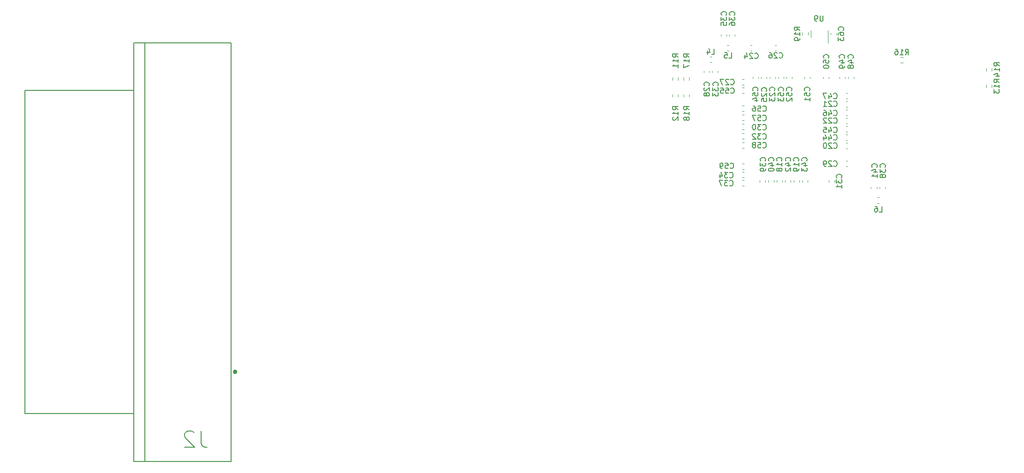
<source format=gbr>
%TF.GenerationSoftware,KiCad,Pcbnew,8.0.4*%
%TF.CreationDate,2024-11-14T11:07:33+03:00*%
%TF.ProjectId,EVD80_ControlBoard,45564438-305f-4436-9f6e-74726f6c426f,rev?*%
%TF.SameCoordinates,Original*%
%TF.FileFunction,Legend,Bot*%
%TF.FilePolarity,Positive*%
%FSLAX46Y46*%
G04 Gerber Fmt 4.6, Leading zero omitted, Abs format (unit mm)*
G04 Created by KiCad (PCBNEW 8.0.4) date 2024-11-14 11:07:33*
%MOMM*%
%LPD*%
G01*
G04 APERTURE LIST*
%ADD10C,0.150000*%
%ADD11C,0.120000*%
%ADD12C,0.127000*%
%ADD13C,0.400000*%
G04 APERTURE END LIST*
D10*
X206242857Y-148259580D02*
X206290476Y-148307200D01*
X206290476Y-148307200D02*
X206433333Y-148354819D01*
X206433333Y-148354819D02*
X206528571Y-148354819D01*
X206528571Y-148354819D02*
X206671428Y-148307200D01*
X206671428Y-148307200D02*
X206766666Y-148211961D01*
X206766666Y-148211961D02*
X206814285Y-148116723D01*
X206814285Y-148116723D02*
X206861904Y-147926247D01*
X206861904Y-147926247D02*
X206861904Y-147783390D01*
X206861904Y-147783390D02*
X206814285Y-147592914D01*
X206814285Y-147592914D02*
X206766666Y-147497676D01*
X206766666Y-147497676D02*
X206671428Y-147402438D01*
X206671428Y-147402438D02*
X206528571Y-147354819D01*
X206528571Y-147354819D02*
X206433333Y-147354819D01*
X206433333Y-147354819D02*
X206290476Y-147402438D01*
X206290476Y-147402438D02*
X206242857Y-147450057D01*
X205338095Y-147354819D02*
X205814285Y-147354819D01*
X205814285Y-147354819D02*
X205861904Y-147831009D01*
X205861904Y-147831009D02*
X205814285Y-147783390D01*
X205814285Y-147783390D02*
X205719047Y-147735771D01*
X205719047Y-147735771D02*
X205480952Y-147735771D01*
X205480952Y-147735771D02*
X205385714Y-147783390D01*
X205385714Y-147783390D02*
X205338095Y-147831009D01*
X205338095Y-147831009D02*
X205290476Y-147926247D01*
X205290476Y-147926247D02*
X205290476Y-148164342D01*
X205290476Y-148164342D02*
X205338095Y-148259580D01*
X205338095Y-148259580D02*
X205385714Y-148307200D01*
X205385714Y-148307200D02*
X205480952Y-148354819D01*
X205480952Y-148354819D02*
X205719047Y-148354819D01*
X205719047Y-148354819D02*
X205814285Y-148307200D01*
X205814285Y-148307200D02*
X205861904Y-148259580D01*
X204385714Y-147354819D02*
X204861904Y-147354819D01*
X204861904Y-147354819D02*
X204909523Y-147831009D01*
X204909523Y-147831009D02*
X204861904Y-147783390D01*
X204861904Y-147783390D02*
X204766666Y-147735771D01*
X204766666Y-147735771D02*
X204528571Y-147735771D01*
X204528571Y-147735771D02*
X204433333Y-147783390D01*
X204433333Y-147783390D02*
X204385714Y-147831009D01*
X204385714Y-147831009D02*
X204338095Y-147926247D01*
X204338095Y-147926247D02*
X204338095Y-148164342D01*
X204338095Y-148164342D02*
X204385714Y-148259580D01*
X204385714Y-148259580D02*
X204433333Y-148307200D01*
X204433333Y-148307200D02*
X204528571Y-148354819D01*
X204528571Y-148354819D02*
X204766666Y-148354819D01*
X204766666Y-148354819D02*
X204861904Y-148307200D01*
X204861904Y-148307200D02*
X204909523Y-148259580D01*
X215142857Y-141789580D02*
X215190476Y-141837200D01*
X215190476Y-141837200D02*
X215333333Y-141884819D01*
X215333333Y-141884819D02*
X215428571Y-141884819D01*
X215428571Y-141884819D02*
X215571428Y-141837200D01*
X215571428Y-141837200D02*
X215666666Y-141741961D01*
X215666666Y-141741961D02*
X215714285Y-141646723D01*
X215714285Y-141646723D02*
X215761904Y-141456247D01*
X215761904Y-141456247D02*
X215761904Y-141313390D01*
X215761904Y-141313390D02*
X215714285Y-141122914D01*
X215714285Y-141122914D02*
X215666666Y-141027676D01*
X215666666Y-141027676D02*
X215571428Y-140932438D01*
X215571428Y-140932438D02*
X215428571Y-140884819D01*
X215428571Y-140884819D02*
X215333333Y-140884819D01*
X215333333Y-140884819D02*
X215190476Y-140932438D01*
X215190476Y-140932438D02*
X215142857Y-140980057D01*
X214761904Y-140980057D02*
X214714285Y-140932438D01*
X214714285Y-140932438D02*
X214619047Y-140884819D01*
X214619047Y-140884819D02*
X214380952Y-140884819D01*
X214380952Y-140884819D02*
X214285714Y-140932438D01*
X214285714Y-140932438D02*
X214238095Y-140980057D01*
X214238095Y-140980057D02*
X214190476Y-141075295D01*
X214190476Y-141075295D02*
X214190476Y-141170533D01*
X214190476Y-141170533D02*
X214238095Y-141313390D01*
X214238095Y-141313390D02*
X214809523Y-141884819D01*
X214809523Y-141884819D02*
X214190476Y-141884819D01*
X213333333Y-140884819D02*
X213523809Y-140884819D01*
X213523809Y-140884819D02*
X213619047Y-140932438D01*
X213619047Y-140932438D02*
X213666666Y-140980057D01*
X213666666Y-140980057D02*
X213761904Y-141122914D01*
X213761904Y-141122914D02*
X213809523Y-141313390D01*
X213809523Y-141313390D02*
X213809523Y-141694342D01*
X213809523Y-141694342D02*
X213761904Y-141789580D01*
X213761904Y-141789580D02*
X213714285Y-141837200D01*
X213714285Y-141837200D02*
X213619047Y-141884819D01*
X213619047Y-141884819D02*
X213428571Y-141884819D01*
X213428571Y-141884819D02*
X213333333Y-141837200D01*
X213333333Y-141837200D02*
X213285714Y-141789580D01*
X213285714Y-141789580D02*
X213238095Y-141694342D01*
X213238095Y-141694342D02*
X213238095Y-141456247D01*
X213238095Y-141456247D02*
X213285714Y-141361009D01*
X213285714Y-141361009D02*
X213333333Y-141313390D01*
X213333333Y-141313390D02*
X213428571Y-141265771D01*
X213428571Y-141265771D02*
X213619047Y-141265771D01*
X213619047Y-141265771D02*
X213714285Y-141313390D01*
X213714285Y-141313390D02*
X213761904Y-141361009D01*
X213761904Y-141361009D02*
X213809523Y-141456247D01*
X228659580Y-141857142D02*
X228707200Y-141809523D01*
X228707200Y-141809523D02*
X228754819Y-141666666D01*
X228754819Y-141666666D02*
X228754819Y-141571428D01*
X228754819Y-141571428D02*
X228707200Y-141428571D01*
X228707200Y-141428571D02*
X228611961Y-141333333D01*
X228611961Y-141333333D02*
X228516723Y-141285714D01*
X228516723Y-141285714D02*
X228326247Y-141238095D01*
X228326247Y-141238095D02*
X228183390Y-141238095D01*
X228183390Y-141238095D02*
X227992914Y-141285714D01*
X227992914Y-141285714D02*
X227897676Y-141333333D01*
X227897676Y-141333333D02*
X227802438Y-141428571D01*
X227802438Y-141428571D02*
X227754819Y-141571428D01*
X227754819Y-141571428D02*
X227754819Y-141666666D01*
X227754819Y-141666666D02*
X227802438Y-141809523D01*
X227802438Y-141809523D02*
X227850057Y-141857142D01*
X228088152Y-142714285D02*
X228754819Y-142714285D01*
X227707200Y-142476190D02*
X228421485Y-142238095D01*
X228421485Y-142238095D02*
X228421485Y-142857142D01*
X228183390Y-143380952D02*
X228135771Y-143285714D01*
X228135771Y-143285714D02*
X228088152Y-143238095D01*
X228088152Y-143238095D02*
X227992914Y-143190476D01*
X227992914Y-143190476D02*
X227945295Y-143190476D01*
X227945295Y-143190476D02*
X227850057Y-143238095D01*
X227850057Y-143238095D02*
X227802438Y-143285714D01*
X227802438Y-143285714D02*
X227754819Y-143380952D01*
X227754819Y-143380952D02*
X227754819Y-143571428D01*
X227754819Y-143571428D02*
X227802438Y-143666666D01*
X227802438Y-143666666D02*
X227850057Y-143714285D01*
X227850057Y-143714285D02*
X227945295Y-143761904D01*
X227945295Y-143761904D02*
X227992914Y-143761904D01*
X227992914Y-143761904D02*
X228088152Y-143714285D01*
X228088152Y-143714285D02*
X228135771Y-143666666D01*
X228135771Y-143666666D02*
X228183390Y-143571428D01*
X228183390Y-143571428D02*
X228183390Y-143380952D01*
X228183390Y-143380952D02*
X228231009Y-143285714D01*
X228231009Y-143285714D02*
X228278628Y-143238095D01*
X228278628Y-143238095D02*
X228373866Y-143190476D01*
X228373866Y-143190476D02*
X228564342Y-143190476D01*
X228564342Y-143190476D02*
X228659580Y-143238095D01*
X228659580Y-143238095D02*
X228707200Y-143285714D01*
X228707200Y-143285714D02*
X228754819Y-143380952D01*
X228754819Y-143380952D02*
X228754819Y-143571428D01*
X228754819Y-143571428D02*
X228707200Y-143666666D01*
X228707200Y-143666666D02*
X228659580Y-143714285D01*
X228659580Y-143714285D02*
X228564342Y-143761904D01*
X228564342Y-143761904D02*
X228373866Y-143761904D01*
X228373866Y-143761904D02*
X228278628Y-143714285D01*
X228278628Y-143714285D02*
X228231009Y-143666666D01*
X228231009Y-143666666D02*
X228183390Y-143571428D01*
X255554819Y-143333142D02*
X255078628Y-142999809D01*
X255554819Y-142761714D02*
X254554819Y-142761714D01*
X254554819Y-142761714D02*
X254554819Y-143142666D01*
X254554819Y-143142666D02*
X254602438Y-143237904D01*
X254602438Y-143237904D02*
X254650057Y-143285523D01*
X254650057Y-143285523D02*
X254745295Y-143333142D01*
X254745295Y-143333142D02*
X254888152Y-143333142D01*
X254888152Y-143333142D02*
X254983390Y-143285523D01*
X254983390Y-143285523D02*
X255031009Y-143237904D01*
X255031009Y-143237904D02*
X255078628Y-143142666D01*
X255078628Y-143142666D02*
X255078628Y-142761714D01*
X255554819Y-144285523D02*
X255554819Y-143714095D01*
X255554819Y-143999809D02*
X254554819Y-143999809D01*
X254554819Y-143999809D02*
X254697676Y-143904571D01*
X254697676Y-143904571D02*
X254792914Y-143809333D01*
X254792914Y-143809333D02*
X254840533Y-143714095D01*
X254888152Y-145142666D02*
X255554819Y-145142666D01*
X254507200Y-144904571D02*
X255221485Y-144666476D01*
X255221485Y-144666476D02*
X255221485Y-145285523D01*
X212759580Y-147957142D02*
X212807200Y-147909523D01*
X212807200Y-147909523D02*
X212854819Y-147766666D01*
X212854819Y-147766666D02*
X212854819Y-147671428D01*
X212854819Y-147671428D02*
X212807200Y-147528571D01*
X212807200Y-147528571D02*
X212711961Y-147433333D01*
X212711961Y-147433333D02*
X212616723Y-147385714D01*
X212616723Y-147385714D02*
X212426247Y-147338095D01*
X212426247Y-147338095D02*
X212283390Y-147338095D01*
X212283390Y-147338095D02*
X212092914Y-147385714D01*
X212092914Y-147385714D02*
X211997676Y-147433333D01*
X211997676Y-147433333D02*
X211902438Y-147528571D01*
X211902438Y-147528571D02*
X211854819Y-147671428D01*
X211854819Y-147671428D02*
X211854819Y-147766666D01*
X211854819Y-147766666D02*
X211902438Y-147909523D01*
X211902438Y-147909523D02*
X211950057Y-147957142D01*
X211950057Y-148338095D02*
X211902438Y-148385714D01*
X211902438Y-148385714D02*
X211854819Y-148480952D01*
X211854819Y-148480952D02*
X211854819Y-148719047D01*
X211854819Y-148719047D02*
X211902438Y-148814285D01*
X211902438Y-148814285D02*
X211950057Y-148861904D01*
X211950057Y-148861904D02*
X212045295Y-148909523D01*
X212045295Y-148909523D02*
X212140533Y-148909523D01*
X212140533Y-148909523D02*
X212283390Y-148861904D01*
X212283390Y-148861904D02*
X212854819Y-148290476D01*
X212854819Y-148290476D02*
X212854819Y-148909523D01*
X211854819Y-149814285D02*
X211854819Y-149338095D01*
X211854819Y-149338095D02*
X212331009Y-149290476D01*
X212331009Y-149290476D02*
X212283390Y-149338095D01*
X212283390Y-149338095D02*
X212235771Y-149433333D01*
X212235771Y-149433333D02*
X212235771Y-149671428D01*
X212235771Y-149671428D02*
X212283390Y-149766666D01*
X212283390Y-149766666D02*
X212331009Y-149814285D01*
X212331009Y-149814285D02*
X212426247Y-149861904D01*
X212426247Y-149861904D02*
X212664342Y-149861904D01*
X212664342Y-149861904D02*
X212759580Y-149814285D01*
X212759580Y-149814285D02*
X212807200Y-149766666D01*
X212807200Y-149766666D02*
X212854819Y-149671428D01*
X212854819Y-149671428D02*
X212854819Y-149433333D01*
X212854819Y-149433333D02*
X212807200Y-149338095D01*
X212807200Y-149338095D02*
X212759580Y-149290476D01*
X212142857Y-151559580D02*
X212190476Y-151607200D01*
X212190476Y-151607200D02*
X212333333Y-151654819D01*
X212333333Y-151654819D02*
X212428571Y-151654819D01*
X212428571Y-151654819D02*
X212571428Y-151607200D01*
X212571428Y-151607200D02*
X212666666Y-151511961D01*
X212666666Y-151511961D02*
X212714285Y-151416723D01*
X212714285Y-151416723D02*
X212761904Y-151226247D01*
X212761904Y-151226247D02*
X212761904Y-151083390D01*
X212761904Y-151083390D02*
X212714285Y-150892914D01*
X212714285Y-150892914D02*
X212666666Y-150797676D01*
X212666666Y-150797676D02*
X212571428Y-150702438D01*
X212571428Y-150702438D02*
X212428571Y-150654819D01*
X212428571Y-150654819D02*
X212333333Y-150654819D01*
X212333333Y-150654819D02*
X212190476Y-150702438D01*
X212190476Y-150702438D02*
X212142857Y-150750057D01*
X211238095Y-150654819D02*
X211714285Y-150654819D01*
X211714285Y-150654819D02*
X211761904Y-151131009D01*
X211761904Y-151131009D02*
X211714285Y-151083390D01*
X211714285Y-151083390D02*
X211619047Y-151035771D01*
X211619047Y-151035771D02*
X211380952Y-151035771D01*
X211380952Y-151035771D02*
X211285714Y-151083390D01*
X211285714Y-151083390D02*
X211238095Y-151131009D01*
X211238095Y-151131009D02*
X211190476Y-151226247D01*
X211190476Y-151226247D02*
X211190476Y-151464342D01*
X211190476Y-151464342D02*
X211238095Y-151559580D01*
X211238095Y-151559580D02*
X211285714Y-151607200D01*
X211285714Y-151607200D02*
X211380952Y-151654819D01*
X211380952Y-151654819D02*
X211619047Y-151654819D01*
X211619047Y-151654819D02*
X211714285Y-151607200D01*
X211714285Y-151607200D02*
X211761904Y-151559580D01*
X210333333Y-150654819D02*
X210523809Y-150654819D01*
X210523809Y-150654819D02*
X210619047Y-150702438D01*
X210619047Y-150702438D02*
X210666666Y-150750057D01*
X210666666Y-150750057D02*
X210761904Y-150892914D01*
X210761904Y-150892914D02*
X210809523Y-151083390D01*
X210809523Y-151083390D02*
X210809523Y-151464342D01*
X210809523Y-151464342D02*
X210761904Y-151559580D01*
X210761904Y-151559580D02*
X210714285Y-151607200D01*
X210714285Y-151607200D02*
X210619047Y-151654819D01*
X210619047Y-151654819D02*
X210428571Y-151654819D01*
X210428571Y-151654819D02*
X210333333Y-151607200D01*
X210333333Y-151607200D02*
X210285714Y-151559580D01*
X210285714Y-151559580D02*
X210238095Y-151464342D01*
X210238095Y-151464342D02*
X210238095Y-151226247D01*
X210238095Y-151226247D02*
X210285714Y-151131009D01*
X210285714Y-151131009D02*
X210333333Y-151083390D01*
X210333333Y-151083390D02*
X210428571Y-151035771D01*
X210428571Y-151035771D02*
X210619047Y-151035771D01*
X210619047Y-151035771D02*
X210714285Y-151083390D01*
X210714285Y-151083390D02*
X210761904Y-151131009D01*
X210761904Y-151131009D02*
X210809523Y-151226247D01*
X214059580Y-160757142D02*
X214107200Y-160709523D01*
X214107200Y-160709523D02*
X214154819Y-160566666D01*
X214154819Y-160566666D02*
X214154819Y-160471428D01*
X214154819Y-160471428D02*
X214107200Y-160328571D01*
X214107200Y-160328571D02*
X214011961Y-160233333D01*
X214011961Y-160233333D02*
X213916723Y-160185714D01*
X213916723Y-160185714D02*
X213726247Y-160138095D01*
X213726247Y-160138095D02*
X213583390Y-160138095D01*
X213583390Y-160138095D02*
X213392914Y-160185714D01*
X213392914Y-160185714D02*
X213297676Y-160233333D01*
X213297676Y-160233333D02*
X213202438Y-160328571D01*
X213202438Y-160328571D02*
X213154819Y-160471428D01*
X213154819Y-160471428D02*
X213154819Y-160566666D01*
X213154819Y-160566666D02*
X213202438Y-160709523D01*
X213202438Y-160709523D02*
X213250057Y-160757142D01*
X213488152Y-161614285D02*
X214154819Y-161614285D01*
X213107200Y-161376190D02*
X213821485Y-161138095D01*
X213821485Y-161138095D02*
X213821485Y-161757142D01*
X213154819Y-162328571D02*
X213154819Y-162423809D01*
X213154819Y-162423809D02*
X213202438Y-162519047D01*
X213202438Y-162519047D02*
X213250057Y-162566666D01*
X213250057Y-162566666D02*
X213345295Y-162614285D01*
X213345295Y-162614285D02*
X213535771Y-162661904D01*
X213535771Y-162661904D02*
X213773866Y-162661904D01*
X213773866Y-162661904D02*
X213964342Y-162614285D01*
X213964342Y-162614285D02*
X214059580Y-162566666D01*
X214059580Y-162566666D02*
X214107200Y-162519047D01*
X214107200Y-162519047D02*
X214154819Y-162423809D01*
X214154819Y-162423809D02*
X214154819Y-162328571D01*
X214154819Y-162328571D02*
X214107200Y-162233333D01*
X214107200Y-162233333D02*
X214059580Y-162185714D01*
X214059580Y-162185714D02*
X213964342Y-162138095D01*
X213964342Y-162138095D02*
X213773866Y-162090476D01*
X213773866Y-162090476D02*
X213535771Y-162090476D01*
X213535771Y-162090476D02*
X213345295Y-162138095D01*
X213345295Y-162138095D02*
X213250057Y-162185714D01*
X213250057Y-162185714D02*
X213202438Y-162233333D01*
X213202438Y-162233333D02*
X213154819Y-162328571D01*
X227059580Y-141857142D02*
X227107200Y-141809523D01*
X227107200Y-141809523D02*
X227154819Y-141666666D01*
X227154819Y-141666666D02*
X227154819Y-141571428D01*
X227154819Y-141571428D02*
X227107200Y-141428571D01*
X227107200Y-141428571D02*
X227011961Y-141333333D01*
X227011961Y-141333333D02*
X226916723Y-141285714D01*
X226916723Y-141285714D02*
X226726247Y-141238095D01*
X226726247Y-141238095D02*
X226583390Y-141238095D01*
X226583390Y-141238095D02*
X226392914Y-141285714D01*
X226392914Y-141285714D02*
X226297676Y-141333333D01*
X226297676Y-141333333D02*
X226202438Y-141428571D01*
X226202438Y-141428571D02*
X226154819Y-141571428D01*
X226154819Y-141571428D02*
X226154819Y-141666666D01*
X226154819Y-141666666D02*
X226202438Y-141809523D01*
X226202438Y-141809523D02*
X226250057Y-141857142D01*
X226488152Y-142714285D02*
X227154819Y-142714285D01*
X226107200Y-142476190D02*
X226821485Y-142238095D01*
X226821485Y-142238095D02*
X226821485Y-142857142D01*
X227154819Y-143285714D02*
X227154819Y-143476190D01*
X227154819Y-143476190D02*
X227107200Y-143571428D01*
X227107200Y-143571428D02*
X227059580Y-143619047D01*
X227059580Y-143619047D02*
X226916723Y-143714285D01*
X226916723Y-143714285D02*
X226726247Y-143761904D01*
X226726247Y-143761904D02*
X226345295Y-143761904D01*
X226345295Y-143761904D02*
X226250057Y-143714285D01*
X226250057Y-143714285D02*
X226202438Y-143666666D01*
X226202438Y-143666666D02*
X226154819Y-143571428D01*
X226154819Y-143571428D02*
X226154819Y-143380952D01*
X226154819Y-143380952D02*
X226202438Y-143285714D01*
X226202438Y-143285714D02*
X226250057Y-143238095D01*
X226250057Y-143238095D02*
X226345295Y-143190476D01*
X226345295Y-143190476D02*
X226583390Y-143190476D01*
X226583390Y-143190476D02*
X226678628Y-143238095D01*
X226678628Y-143238095D02*
X226726247Y-143285714D01*
X226726247Y-143285714D02*
X226773866Y-143380952D01*
X226773866Y-143380952D02*
X226773866Y-143571428D01*
X226773866Y-143571428D02*
X226726247Y-143666666D01*
X226726247Y-143666666D02*
X226678628Y-143714285D01*
X226678628Y-143714285D02*
X226583390Y-143761904D01*
X225142857Y-158359580D02*
X225190476Y-158407200D01*
X225190476Y-158407200D02*
X225333333Y-158454819D01*
X225333333Y-158454819D02*
X225428571Y-158454819D01*
X225428571Y-158454819D02*
X225571428Y-158407200D01*
X225571428Y-158407200D02*
X225666666Y-158311961D01*
X225666666Y-158311961D02*
X225714285Y-158216723D01*
X225714285Y-158216723D02*
X225761904Y-158026247D01*
X225761904Y-158026247D02*
X225761904Y-157883390D01*
X225761904Y-157883390D02*
X225714285Y-157692914D01*
X225714285Y-157692914D02*
X225666666Y-157597676D01*
X225666666Y-157597676D02*
X225571428Y-157502438D01*
X225571428Y-157502438D02*
X225428571Y-157454819D01*
X225428571Y-157454819D02*
X225333333Y-157454819D01*
X225333333Y-157454819D02*
X225190476Y-157502438D01*
X225190476Y-157502438D02*
X225142857Y-157550057D01*
X224761904Y-157550057D02*
X224714285Y-157502438D01*
X224714285Y-157502438D02*
X224619047Y-157454819D01*
X224619047Y-157454819D02*
X224380952Y-157454819D01*
X224380952Y-157454819D02*
X224285714Y-157502438D01*
X224285714Y-157502438D02*
X224238095Y-157550057D01*
X224238095Y-157550057D02*
X224190476Y-157645295D01*
X224190476Y-157645295D02*
X224190476Y-157740533D01*
X224190476Y-157740533D02*
X224238095Y-157883390D01*
X224238095Y-157883390D02*
X224809523Y-158454819D01*
X224809523Y-158454819D02*
X224190476Y-158454819D01*
X223571428Y-157454819D02*
X223476190Y-157454819D01*
X223476190Y-157454819D02*
X223380952Y-157502438D01*
X223380952Y-157502438D02*
X223333333Y-157550057D01*
X223333333Y-157550057D02*
X223285714Y-157645295D01*
X223285714Y-157645295D02*
X223238095Y-157835771D01*
X223238095Y-157835771D02*
X223238095Y-158073866D01*
X223238095Y-158073866D02*
X223285714Y-158264342D01*
X223285714Y-158264342D02*
X223333333Y-158359580D01*
X223333333Y-158359580D02*
X223380952Y-158407200D01*
X223380952Y-158407200D02*
X223476190Y-158454819D01*
X223476190Y-158454819D02*
X223571428Y-158454819D01*
X223571428Y-158454819D02*
X223666666Y-158407200D01*
X223666666Y-158407200D02*
X223714285Y-158359580D01*
X223714285Y-158359580D02*
X223761904Y-158264342D01*
X223761904Y-158264342D02*
X223809523Y-158073866D01*
X223809523Y-158073866D02*
X223809523Y-157835771D01*
X223809523Y-157835771D02*
X223761904Y-157645295D01*
X223761904Y-157645295D02*
X223714285Y-157550057D01*
X223714285Y-157550057D02*
X223666666Y-157502438D01*
X223666666Y-157502438D02*
X223571428Y-157454819D01*
X212142857Y-153259580D02*
X212190476Y-153307200D01*
X212190476Y-153307200D02*
X212333333Y-153354819D01*
X212333333Y-153354819D02*
X212428571Y-153354819D01*
X212428571Y-153354819D02*
X212571428Y-153307200D01*
X212571428Y-153307200D02*
X212666666Y-153211961D01*
X212666666Y-153211961D02*
X212714285Y-153116723D01*
X212714285Y-153116723D02*
X212761904Y-152926247D01*
X212761904Y-152926247D02*
X212761904Y-152783390D01*
X212761904Y-152783390D02*
X212714285Y-152592914D01*
X212714285Y-152592914D02*
X212666666Y-152497676D01*
X212666666Y-152497676D02*
X212571428Y-152402438D01*
X212571428Y-152402438D02*
X212428571Y-152354819D01*
X212428571Y-152354819D02*
X212333333Y-152354819D01*
X212333333Y-152354819D02*
X212190476Y-152402438D01*
X212190476Y-152402438D02*
X212142857Y-152450057D01*
X211238095Y-152354819D02*
X211714285Y-152354819D01*
X211714285Y-152354819D02*
X211761904Y-152831009D01*
X211761904Y-152831009D02*
X211714285Y-152783390D01*
X211714285Y-152783390D02*
X211619047Y-152735771D01*
X211619047Y-152735771D02*
X211380952Y-152735771D01*
X211380952Y-152735771D02*
X211285714Y-152783390D01*
X211285714Y-152783390D02*
X211238095Y-152831009D01*
X211238095Y-152831009D02*
X211190476Y-152926247D01*
X211190476Y-152926247D02*
X211190476Y-153164342D01*
X211190476Y-153164342D02*
X211238095Y-153259580D01*
X211238095Y-153259580D02*
X211285714Y-153307200D01*
X211285714Y-153307200D02*
X211380952Y-153354819D01*
X211380952Y-153354819D02*
X211619047Y-153354819D01*
X211619047Y-153354819D02*
X211714285Y-153307200D01*
X211714285Y-153307200D02*
X211761904Y-153259580D01*
X210857142Y-152354819D02*
X210190476Y-152354819D01*
X210190476Y-152354819D02*
X210619047Y-153354819D01*
X198625819Y-151379142D02*
X198149628Y-151045809D01*
X198625819Y-150807714D02*
X197625819Y-150807714D01*
X197625819Y-150807714D02*
X197625819Y-151188666D01*
X197625819Y-151188666D02*
X197673438Y-151283904D01*
X197673438Y-151283904D02*
X197721057Y-151331523D01*
X197721057Y-151331523D02*
X197816295Y-151379142D01*
X197816295Y-151379142D02*
X197959152Y-151379142D01*
X197959152Y-151379142D02*
X198054390Y-151331523D01*
X198054390Y-151331523D02*
X198102009Y-151283904D01*
X198102009Y-151283904D02*
X198149628Y-151188666D01*
X198149628Y-151188666D02*
X198149628Y-150807714D01*
X198625819Y-152331523D02*
X198625819Y-151760095D01*
X198625819Y-152045809D02*
X197625819Y-152045809D01*
X197625819Y-152045809D02*
X197768676Y-151950571D01*
X197768676Y-151950571D02*
X197863914Y-151855333D01*
X197863914Y-151855333D02*
X197911533Y-151760095D01*
X198054390Y-152902952D02*
X198006771Y-152807714D01*
X198006771Y-152807714D02*
X197959152Y-152760095D01*
X197959152Y-152760095D02*
X197863914Y-152712476D01*
X197863914Y-152712476D02*
X197816295Y-152712476D01*
X197816295Y-152712476D02*
X197721057Y-152760095D01*
X197721057Y-152760095D02*
X197673438Y-152807714D01*
X197673438Y-152807714D02*
X197625819Y-152902952D01*
X197625819Y-152902952D02*
X197625819Y-153093428D01*
X197625819Y-153093428D02*
X197673438Y-153188666D01*
X197673438Y-153188666D02*
X197721057Y-153236285D01*
X197721057Y-153236285D02*
X197816295Y-153283904D01*
X197816295Y-153283904D02*
X197863914Y-153283904D01*
X197863914Y-153283904D02*
X197959152Y-153236285D01*
X197959152Y-153236285D02*
X198006771Y-153188666D01*
X198006771Y-153188666D02*
X198054390Y-153093428D01*
X198054390Y-153093428D02*
X198054390Y-152902952D01*
X198054390Y-152902952D02*
X198102009Y-152807714D01*
X198102009Y-152807714D02*
X198149628Y-152760095D01*
X198149628Y-152760095D02*
X198244866Y-152712476D01*
X198244866Y-152712476D02*
X198435342Y-152712476D01*
X198435342Y-152712476D02*
X198530580Y-152760095D01*
X198530580Y-152760095D02*
X198578200Y-152807714D01*
X198578200Y-152807714D02*
X198625819Y-152902952D01*
X198625819Y-152902952D02*
X198625819Y-153093428D01*
X198625819Y-153093428D02*
X198578200Y-153188666D01*
X198578200Y-153188666D02*
X198530580Y-153236285D01*
X198530580Y-153236285D02*
X198435342Y-153283904D01*
X198435342Y-153283904D02*
X198244866Y-153283904D01*
X198244866Y-153283904D02*
X198149628Y-153236285D01*
X198149628Y-153236285D02*
X198102009Y-153188666D01*
X198102009Y-153188666D02*
X198054390Y-153093428D01*
X109001448Y-210377722D02*
X109001448Y-212523683D01*
X109001448Y-212523683D02*
X109144513Y-212952875D01*
X109144513Y-212952875D02*
X109430641Y-213239004D01*
X109430641Y-213239004D02*
X109859833Y-213382068D01*
X109859833Y-213382068D02*
X110145961Y-213382068D01*
X107713871Y-210663850D02*
X107570807Y-210520786D01*
X107570807Y-210520786D02*
X107284679Y-210377722D01*
X107284679Y-210377722D02*
X106569358Y-210377722D01*
X106569358Y-210377722D02*
X106283230Y-210520786D01*
X106283230Y-210520786D02*
X106140166Y-210663850D01*
X106140166Y-210663850D02*
X105997102Y-210949978D01*
X105997102Y-210949978D02*
X105997102Y-211236106D01*
X105997102Y-211236106D02*
X106140166Y-211665298D01*
X106140166Y-211665298D02*
X107856935Y-213382068D01*
X107856935Y-213382068D02*
X105997102Y-213382068D01*
X218659580Y-160757142D02*
X218707200Y-160709523D01*
X218707200Y-160709523D02*
X218754819Y-160566666D01*
X218754819Y-160566666D02*
X218754819Y-160471428D01*
X218754819Y-160471428D02*
X218707200Y-160328571D01*
X218707200Y-160328571D02*
X218611961Y-160233333D01*
X218611961Y-160233333D02*
X218516723Y-160185714D01*
X218516723Y-160185714D02*
X218326247Y-160138095D01*
X218326247Y-160138095D02*
X218183390Y-160138095D01*
X218183390Y-160138095D02*
X217992914Y-160185714D01*
X217992914Y-160185714D02*
X217897676Y-160233333D01*
X217897676Y-160233333D02*
X217802438Y-160328571D01*
X217802438Y-160328571D02*
X217754819Y-160471428D01*
X217754819Y-160471428D02*
X217754819Y-160566666D01*
X217754819Y-160566666D02*
X217802438Y-160709523D01*
X217802438Y-160709523D02*
X217850057Y-160757142D01*
X218754819Y-161709523D02*
X218754819Y-161138095D01*
X218754819Y-161423809D02*
X217754819Y-161423809D01*
X217754819Y-161423809D02*
X217897676Y-161328571D01*
X217897676Y-161328571D02*
X217992914Y-161233333D01*
X217992914Y-161233333D02*
X218040533Y-161138095D01*
X218754819Y-162185714D02*
X218754819Y-162376190D01*
X218754819Y-162376190D02*
X218707200Y-162471428D01*
X218707200Y-162471428D02*
X218659580Y-162519047D01*
X218659580Y-162519047D02*
X218516723Y-162614285D01*
X218516723Y-162614285D02*
X218326247Y-162661904D01*
X218326247Y-162661904D02*
X217945295Y-162661904D01*
X217945295Y-162661904D02*
X217850057Y-162614285D01*
X217850057Y-162614285D02*
X217802438Y-162566666D01*
X217802438Y-162566666D02*
X217754819Y-162471428D01*
X217754819Y-162471428D02*
X217754819Y-162280952D01*
X217754819Y-162280952D02*
X217802438Y-162185714D01*
X217802438Y-162185714D02*
X217850057Y-162138095D01*
X217850057Y-162138095D02*
X217945295Y-162090476D01*
X217945295Y-162090476D02*
X218183390Y-162090476D01*
X218183390Y-162090476D02*
X218278628Y-162138095D01*
X218278628Y-162138095D02*
X218326247Y-162185714D01*
X218326247Y-162185714D02*
X218373866Y-162280952D01*
X218373866Y-162280952D02*
X218373866Y-162471428D01*
X218373866Y-162471428D02*
X218326247Y-162566666D01*
X218326247Y-162566666D02*
X218278628Y-162614285D01*
X218278628Y-162614285D02*
X218183390Y-162661904D01*
X202213580Y-146934142D02*
X202261200Y-146886523D01*
X202261200Y-146886523D02*
X202308819Y-146743666D01*
X202308819Y-146743666D02*
X202308819Y-146648428D01*
X202308819Y-146648428D02*
X202261200Y-146505571D01*
X202261200Y-146505571D02*
X202165961Y-146410333D01*
X202165961Y-146410333D02*
X202070723Y-146362714D01*
X202070723Y-146362714D02*
X201880247Y-146315095D01*
X201880247Y-146315095D02*
X201737390Y-146315095D01*
X201737390Y-146315095D02*
X201546914Y-146362714D01*
X201546914Y-146362714D02*
X201451676Y-146410333D01*
X201451676Y-146410333D02*
X201356438Y-146505571D01*
X201356438Y-146505571D02*
X201308819Y-146648428D01*
X201308819Y-146648428D02*
X201308819Y-146743666D01*
X201308819Y-146743666D02*
X201356438Y-146886523D01*
X201356438Y-146886523D02*
X201404057Y-146934142D01*
X201404057Y-147315095D02*
X201356438Y-147362714D01*
X201356438Y-147362714D02*
X201308819Y-147457952D01*
X201308819Y-147457952D02*
X201308819Y-147696047D01*
X201308819Y-147696047D02*
X201356438Y-147791285D01*
X201356438Y-147791285D02*
X201404057Y-147838904D01*
X201404057Y-147838904D02*
X201499295Y-147886523D01*
X201499295Y-147886523D02*
X201594533Y-147886523D01*
X201594533Y-147886523D02*
X201737390Y-147838904D01*
X201737390Y-147838904D02*
X202308819Y-147267476D01*
X202308819Y-147267476D02*
X202308819Y-147886523D01*
X201737390Y-148457952D02*
X201689771Y-148362714D01*
X201689771Y-148362714D02*
X201642152Y-148315095D01*
X201642152Y-148315095D02*
X201546914Y-148267476D01*
X201546914Y-148267476D02*
X201499295Y-148267476D01*
X201499295Y-148267476D02*
X201404057Y-148315095D01*
X201404057Y-148315095D02*
X201356438Y-148362714D01*
X201356438Y-148362714D02*
X201308819Y-148457952D01*
X201308819Y-148457952D02*
X201308819Y-148648428D01*
X201308819Y-148648428D02*
X201356438Y-148743666D01*
X201356438Y-148743666D02*
X201404057Y-148791285D01*
X201404057Y-148791285D02*
X201499295Y-148838904D01*
X201499295Y-148838904D02*
X201546914Y-148838904D01*
X201546914Y-148838904D02*
X201642152Y-148791285D01*
X201642152Y-148791285D02*
X201689771Y-148743666D01*
X201689771Y-148743666D02*
X201737390Y-148648428D01*
X201737390Y-148648428D02*
X201737390Y-148457952D01*
X201737390Y-148457952D02*
X201785009Y-148362714D01*
X201785009Y-148362714D02*
X201832628Y-148315095D01*
X201832628Y-148315095D02*
X201927866Y-148267476D01*
X201927866Y-148267476D02*
X202118342Y-148267476D01*
X202118342Y-148267476D02*
X202213580Y-148315095D01*
X202213580Y-148315095D02*
X202261200Y-148362714D01*
X202261200Y-148362714D02*
X202308819Y-148457952D01*
X202308819Y-148457952D02*
X202308819Y-148648428D01*
X202308819Y-148648428D02*
X202261200Y-148743666D01*
X202261200Y-148743666D02*
X202213580Y-148791285D01*
X202213580Y-148791285D02*
X202118342Y-148838904D01*
X202118342Y-148838904D02*
X201927866Y-148838904D01*
X201927866Y-148838904D02*
X201832628Y-148791285D01*
X201832628Y-148791285D02*
X201785009Y-148743666D01*
X201785009Y-148743666D02*
X201737390Y-148648428D01*
X202731666Y-141173819D02*
X203207856Y-141173819D01*
X203207856Y-141173819D02*
X203207856Y-140173819D01*
X201969761Y-140507152D02*
X201969761Y-141173819D01*
X202207856Y-140126200D02*
X202445951Y-140840485D01*
X202445951Y-140840485D02*
X201826904Y-140840485D01*
X196593819Y-151379142D02*
X196117628Y-151045809D01*
X196593819Y-150807714D02*
X195593819Y-150807714D01*
X195593819Y-150807714D02*
X195593819Y-151188666D01*
X195593819Y-151188666D02*
X195641438Y-151283904D01*
X195641438Y-151283904D02*
X195689057Y-151331523D01*
X195689057Y-151331523D02*
X195784295Y-151379142D01*
X195784295Y-151379142D02*
X195927152Y-151379142D01*
X195927152Y-151379142D02*
X196022390Y-151331523D01*
X196022390Y-151331523D02*
X196070009Y-151283904D01*
X196070009Y-151283904D02*
X196117628Y-151188666D01*
X196117628Y-151188666D02*
X196117628Y-150807714D01*
X196593819Y-152331523D02*
X196593819Y-151760095D01*
X196593819Y-152045809D02*
X195593819Y-152045809D01*
X195593819Y-152045809D02*
X195736676Y-151950571D01*
X195736676Y-151950571D02*
X195831914Y-151855333D01*
X195831914Y-151855333D02*
X195879533Y-151760095D01*
X195689057Y-152712476D02*
X195641438Y-152760095D01*
X195641438Y-152760095D02*
X195593819Y-152855333D01*
X195593819Y-152855333D02*
X195593819Y-153093428D01*
X195593819Y-153093428D02*
X195641438Y-153188666D01*
X195641438Y-153188666D02*
X195689057Y-153236285D01*
X195689057Y-153236285D02*
X195784295Y-153283904D01*
X195784295Y-153283904D02*
X195879533Y-153283904D01*
X195879533Y-153283904D02*
X196022390Y-153236285D01*
X196022390Y-153236285D02*
X196593819Y-152664857D01*
X196593819Y-152664857D02*
X196593819Y-153283904D01*
X217159580Y-160757142D02*
X217207200Y-160709523D01*
X217207200Y-160709523D02*
X217254819Y-160566666D01*
X217254819Y-160566666D02*
X217254819Y-160471428D01*
X217254819Y-160471428D02*
X217207200Y-160328571D01*
X217207200Y-160328571D02*
X217111961Y-160233333D01*
X217111961Y-160233333D02*
X217016723Y-160185714D01*
X217016723Y-160185714D02*
X216826247Y-160138095D01*
X216826247Y-160138095D02*
X216683390Y-160138095D01*
X216683390Y-160138095D02*
X216492914Y-160185714D01*
X216492914Y-160185714D02*
X216397676Y-160233333D01*
X216397676Y-160233333D02*
X216302438Y-160328571D01*
X216302438Y-160328571D02*
X216254819Y-160471428D01*
X216254819Y-160471428D02*
X216254819Y-160566666D01*
X216254819Y-160566666D02*
X216302438Y-160709523D01*
X216302438Y-160709523D02*
X216350057Y-160757142D01*
X216588152Y-161614285D02*
X217254819Y-161614285D01*
X216207200Y-161376190D02*
X216921485Y-161138095D01*
X216921485Y-161138095D02*
X216921485Y-161757142D01*
X216350057Y-162090476D02*
X216302438Y-162138095D01*
X216302438Y-162138095D02*
X216254819Y-162233333D01*
X216254819Y-162233333D02*
X216254819Y-162471428D01*
X216254819Y-162471428D02*
X216302438Y-162566666D01*
X216302438Y-162566666D02*
X216350057Y-162614285D01*
X216350057Y-162614285D02*
X216445295Y-162661904D01*
X216445295Y-162661904D02*
X216540533Y-162661904D01*
X216540533Y-162661904D02*
X216683390Y-162614285D01*
X216683390Y-162614285D02*
X217254819Y-162042857D01*
X217254819Y-162042857D02*
X217254819Y-162661904D01*
X233479166Y-170126819D02*
X233955356Y-170126819D01*
X233955356Y-170126819D02*
X233955356Y-169126819D01*
X232717261Y-169126819D02*
X232907737Y-169126819D01*
X232907737Y-169126819D02*
X233002975Y-169174438D01*
X233002975Y-169174438D02*
X233050594Y-169222057D01*
X233050594Y-169222057D02*
X233145832Y-169364914D01*
X233145832Y-169364914D02*
X233193451Y-169555390D01*
X233193451Y-169555390D02*
X233193451Y-169936342D01*
X233193451Y-169936342D02*
X233145832Y-170031580D01*
X233145832Y-170031580D02*
X233098213Y-170079200D01*
X233098213Y-170079200D02*
X233002975Y-170126819D01*
X233002975Y-170126819D02*
X232812499Y-170126819D01*
X232812499Y-170126819D02*
X232717261Y-170079200D01*
X232717261Y-170079200D02*
X232669642Y-170031580D01*
X232669642Y-170031580D02*
X232622023Y-169936342D01*
X232622023Y-169936342D02*
X232622023Y-169698247D01*
X232622023Y-169698247D02*
X232669642Y-169603009D01*
X232669642Y-169603009D02*
X232717261Y-169555390D01*
X232717261Y-169555390D02*
X232812499Y-169507771D01*
X232812499Y-169507771D02*
X233002975Y-169507771D01*
X233002975Y-169507771D02*
X233098213Y-169555390D01*
X233098213Y-169555390D02*
X233145832Y-169603009D01*
X233145832Y-169603009D02*
X233193451Y-169698247D01*
X206912580Y-133980142D02*
X206960200Y-133932523D01*
X206960200Y-133932523D02*
X207007819Y-133789666D01*
X207007819Y-133789666D02*
X207007819Y-133694428D01*
X207007819Y-133694428D02*
X206960200Y-133551571D01*
X206960200Y-133551571D02*
X206864961Y-133456333D01*
X206864961Y-133456333D02*
X206769723Y-133408714D01*
X206769723Y-133408714D02*
X206579247Y-133361095D01*
X206579247Y-133361095D02*
X206436390Y-133361095D01*
X206436390Y-133361095D02*
X206245914Y-133408714D01*
X206245914Y-133408714D02*
X206150676Y-133456333D01*
X206150676Y-133456333D02*
X206055438Y-133551571D01*
X206055438Y-133551571D02*
X206007819Y-133694428D01*
X206007819Y-133694428D02*
X206007819Y-133789666D01*
X206007819Y-133789666D02*
X206055438Y-133932523D01*
X206055438Y-133932523D02*
X206103057Y-133980142D01*
X206007819Y-134313476D02*
X206007819Y-134932523D01*
X206007819Y-134932523D02*
X206388771Y-134599190D01*
X206388771Y-134599190D02*
X206388771Y-134742047D01*
X206388771Y-134742047D02*
X206436390Y-134837285D01*
X206436390Y-134837285D02*
X206484009Y-134884904D01*
X206484009Y-134884904D02*
X206579247Y-134932523D01*
X206579247Y-134932523D02*
X206817342Y-134932523D01*
X206817342Y-134932523D02*
X206912580Y-134884904D01*
X206912580Y-134884904D02*
X206960200Y-134837285D01*
X206960200Y-134837285D02*
X207007819Y-134742047D01*
X207007819Y-134742047D02*
X207007819Y-134456333D01*
X207007819Y-134456333D02*
X206960200Y-134361095D01*
X206960200Y-134361095D02*
X206912580Y-134313476D01*
X206007819Y-135789666D02*
X206007819Y-135599190D01*
X206007819Y-135599190D02*
X206055438Y-135503952D01*
X206055438Y-135503952D02*
X206103057Y-135456333D01*
X206103057Y-135456333D02*
X206245914Y-135361095D01*
X206245914Y-135361095D02*
X206436390Y-135313476D01*
X206436390Y-135313476D02*
X206817342Y-135313476D01*
X206817342Y-135313476D02*
X206912580Y-135361095D01*
X206912580Y-135361095D02*
X206960200Y-135408714D01*
X206960200Y-135408714D02*
X207007819Y-135503952D01*
X207007819Y-135503952D02*
X207007819Y-135694428D01*
X207007819Y-135694428D02*
X206960200Y-135789666D01*
X206960200Y-135789666D02*
X206912580Y-135837285D01*
X206912580Y-135837285D02*
X206817342Y-135884904D01*
X206817342Y-135884904D02*
X206579247Y-135884904D01*
X206579247Y-135884904D02*
X206484009Y-135837285D01*
X206484009Y-135837285D02*
X206436390Y-135789666D01*
X206436390Y-135789666D02*
X206388771Y-135694428D01*
X206388771Y-135694428D02*
X206388771Y-135503952D01*
X206388771Y-135503952D02*
X206436390Y-135408714D01*
X206436390Y-135408714D02*
X206484009Y-135361095D01*
X206484009Y-135361095D02*
X206579247Y-135313476D01*
X210642857Y-141859580D02*
X210690476Y-141907200D01*
X210690476Y-141907200D02*
X210833333Y-141954819D01*
X210833333Y-141954819D02*
X210928571Y-141954819D01*
X210928571Y-141954819D02*
X211071428Y-141907200D01*
X211071428Y-141907200D02*
X211166666Y-141811961D01*
X211166666Y-141811961D02*
X211214285Y-141716723D01*
X211214285Y-141716723D02*
X211261904Y-141526247D01*
X211261904Y-141526247D02*
X211261904Y-141383390D01*
X211261904Y-141383390D02*
X211214285Y-141192914D01*
X211214285Y-141192914D02*
X211166666Y-141097676D01*
X211166666Y-141097676D02*
X211071428Y-141002438D01*
X211071428Y-141002438D02*
X210928571Y-140954819D01*
X210928571Y-140954819D02*
X210833333Y-140954819D01*
X210833333Y-140954819D02*
X210690476Y-141002438D01*
X210690476Y-141002438D02*
X210642857Y-141050057D01*
X210261904Y-141050057D02*
X210214285Y-141002438D01*
X210214285Y-141002438D02*
X210119047Y-140954819D01*
X210119047Y-140954819D02*
X209880952Y-140954819D01*
X209880952Y-140954819D02*
X209785714Y-141002438D01*
X209785714Y-141002438D02*
X209738095Y-141050057D01*
X209738095Y-141050057D02*
X209690476Y-141145295D01*
X209690476Y-141145295D02*
X209690476Y-141240533D01*
X209690476Y-141240533D02*
X209738095Y-141383390D01*
X209738095Y-141383390D02*
X210309523Y-141954819D01*
X210309523Y-141954819D02*
X209690476Y-141954819D01*
X208833333Y-141288152D02*
X208833333Y-141954819D01*
X209071428Y-140907200D02*
X209309523Y-141621485D01*
X209309523Y-141621485D02*
X208690476Y-141621485D01*
X223189904Y-134077819D02*
X223189904Y-134887342D01*
X223189904Y-134887342D02*
X223142285Y-134982580D01*
X223142285Y-134982580D02*
X223094666Y-135030200D01*
X223094666Y-135030200D02*
X222999428Y-135077819D01*
X222999428Y-135077819D02*
X222808952Y-135077819D01*
X222808952Y-135077819D02*
X222713714Y-135030200D01*
X222713714Y-135030200D02*
X222666095Y-134982580D01*
X222666095Y-134982580D02*
X222618476Y-134887342D01*
X222618476Y-134887342D02*
X222618476Y-134077819D01*
X222094666Y-135077819D02*
X221904190Y-135077819D01*
X221904190Y-135077819D02*
X221808952Y-135030200D01*
X221808952Y-135030200D02*
X221761333Y-134982580D01*
X221761333Y-134982580D02*
X221666095Y-134839723D01*
X221666095Y-134839723D02*
X221618476Y-134649247D01*
X221618476Y-134649247D02*
X221618476Y-134268295D01*
X221618476Y-134268295D02*
X221666095Y-134173057D01*
X221666095Y-134173057D02*
X221713714Y-134125438D01*
X221713714Y-134125438D02*
X221808952Y-134077819D01*
X221808952Y-134077819D02*
X221999428Y-134077819D01*
X221999428Y-134077819D02*
X222094666Y-134125438D01*
X222094666Y-134125438D02*
X222142285Y-134173057D01*
X222142285Y-134173057D02*
X222189904Y-134268295D01*
X222189904Y-134268295D02*
X222189904Y-134506390D01*
X222189904Y-134506390D02*
X222142285Y-134601628D01*
X222142285Y-134601628D02*
X222094666Y-134649247D01*
X222094666Y-134649247D02*
X221999428Y-134696866D01*
X221999428Y-134696866D02*
X221808952Y-134696866D01*
X221808952Y-134696866D02*
X221713714Y-134649247D01*
X221713714Y-134649247D02*
X221666095Y-134601628D01*
X221666095Y-134601628D02*
X221618476Y-134506390D01*
X212142857Y-156659580D02*
X212190476Y-156707200D01*
X212190476Y-156707200D02*
X212333333Y-156754819D01*
X212333333Y-156754819D02*
X212428571Y-156754819D01*
X212428571Y-156754819D02*
X212571428Y-156707200D01*
X212571428Y-156707200D02*
X212666666Y-156611961D01*
X212666666Y-156611961D02*
X212714285Y-156516723D01*
X212714285Y-156516723D02*
X212761904Y-156326247D01*
X212761904Y-156326247D02*
X212761904Y-156183390D01*
X212761904Y-156183390D02*
X212714285Y-155992914D01*
X212714285Y-155992914D02*
X212666666Y-155897676D01*
X212666666Y-155897676D02*
X212571428Y-155802438D01*
X212571428Y-155802438D02*
X212428571Y-155754819D01*
X212428571Y-155754819D02*
X212333333Y-155754819D01*
X212333333Y-155754819D02*
X212190476Y-155802438D01*
X212190476Y-155802438D02*
X212142857Y-155850057D01*
X211809523Y-155754819D02*
X211190476Y-155754819D01*
X211190476Y-155754819D02*
X211523809Y-156135771D01*
X211523809Y-156135771D02*
X211380952Y-156135771D01*
X211380952Y-156135771D02*
X211285714Y-156183390D01*
X211285714Y-156183390D02*
X211238095Y-156231009D01*
X211238095Y-156231009D02*
X211190476Y-156326247D01*
X211190476Y-156326247D02*
X211190476Y-156564342D01*
X211190476Y-156564342D02*
X211238095Y-156659580D01*
X211238095Y-156659580D02*
X211285714Y-156707200D01*
X211285714Y-156707200D02*
X211380952Y-156754819D01*
X211380952Y-156754819D02*
X211666666Y-156754819D01*
X211666666Y-156754819D02*
X211761904Y-156707200D01*
X211761904Y-156707200D02*
X211809523Y-156659580D01*
X210809523Y-155850057D02*
X210761904Y-155802438D01*
X210761904Y-155802438D02*
X210666666Y-155754819D01*
X210666666Y-155754819D02*
X210428571Y-155754819D01*
X210428571Y-155754819D02*
X210333333Y-155802438D01*
X210333333Y-155802438D02*
X210285714Y-155850057D01*
X210285714Y-155850057D02*
X210238095Y-155945295D01*
X210238095Y-155945295D02*
X210238095Y-156040533D01*
X210238095Y-156040533D02*
X210285714Y-156183390D01*
X210285714Y-156183390D02*
X210857142Y-156754819D01*
X210857142Y-156754819D02*
X210238095Y-156754819D01*
X205388580Y-133980142D02*
X205436200Y-133932523D01*
X205436200Y-133932523D02*
X205483819Y-133789666D01*
X205483819Y-133789666D02*
X205483819Y-133694428D01*
X205483819Y-133694428D02*
X205436200Y-133551571D01*
X205436200Y-133551571D02*
X205340961Y-133456333D01*
X205340961Y-133456333D02*
X205245723Y-133408714D01*
X205245723Y-133408714D02*
X205055247Y-133361095D01*
X205055247Y-133361095D02*
X204912390Y-133361095D01*
X204912390Y-133361095D02*
X204721914Y-133408714D01*
X204721914Y-133408714D02*
X204626676Y-133456333D01*
X204626676Y-133456333D02*
X204531438Y-133551571D01*
X204531438Y-133551571D02*
X204483819Y-133694428D01*
X204483819Y-133694428D02*
X204483819Y-133789666D01*
X204483819Y-133789666D02*
X204531438Y-133932523D01*
X204531438Y-133932523D02*
X204579057Y-133980142D01*
X204483819Y-134313476D02*
X204483819Y-134932523D01*
X204483819Y-134932523D02*
X204864771Y-134599190D01*
X204864771Y-134599190D02*
X204864771Y-134742047D01*
X204864771Y-134742047D02*
X204912390Y-134837285D01*
X204912390Y-134837285D02*
X204960009Y-134884904D01*
X204960009Y-134884904D02*
X205055247Y-134932523D01*
X205055247Y-134932523D02*
X205293342Y-134932523D01*
X205293342Y-134932523D02*
X205388580Y-134884904D01*
X205388580Y-134884904D02*
X205436200Y-134837285D01*
X205436200Y-134837285D02*
X205483819Y-134742047D01*
X205483819Y-134742047D02*
X205483819Y-134456333D01*
X205483819Y-134456333D02*
X205436200Y-134361095D01*
X205436200Y-134361095D02*
X205388580Y-134313476D01*
X204483819Y-135837285D02*
X204483819Y-135361095D01*
X204483819Y-135361095D02*
X204960009Y-135313476D01*
X204960009Y-135313476D02*
X204912390Y-135361095D01*
X204912390Y-135361095D02*
X204864771Y-135456333D01*
X204864771Y-135456333D02*
X204864771Y-135694428D01*
X204864771Y-135694428D02*
X204912390Y-135789666D01*
X204912390Y-135789666D02*
X204960009Y-135837285D01*
X204960009Y-135837285D02*
X205055247Y-135884904D01*
X205055247Y-135884904D02*
X205293342Y-135884904D01*
X205293342Y-135884904D02*
X205388580Y-135837285D01*
X205388580Y-135837285D02*
X205436200Y-135789666D01*
X205436200Y-135789666D02*
X205483819Y-135694428D01*
X205483819Y-135694428D02*
X205483819Y-135456333D01*
X205483819Y-135456333D02*
X205436200Y-135361095D01*
X205436200Y-135361095D02*
X205388580Y-135313476D01*
X206242857Y-146659580D02*
X206290476Y-146707200D01*
X206290476Y-146707200D02*
X206433333Y-146754819D01*
X206433333Y-146754819D02*
X206528571Y-146754819D01*
X206528571Y-146754819D02*
X206671428Y-146707200D01*
X206671428Y-146707200D02*
X206766666Y-146611961D01*
X206766666Y-146611961D02*
X206814285Y-146516723D01*
X206814285Y-146516723D02*
X206861904Y-146326247D01*
X206861904Y-146326247D02*
X206861904Y-146183390D01*
X206861904Y-146183390D02*
X206814285Y-145992914D01*
X206814285Y-145992914D02*
X206766666Y-145897676D01*
X206766666Y-145897676D02*
X206671428Y-145802438D01*
X206671428Y-145802438D02*
X206528571Y-145754819D01*
X206528571Y-145754819D02*
X206433333Y-145754819D01*
X206433333Y-145754819D02*
X206290476Y-145802438D01*
X206290476Y-145802438D02*
X206242857Y-145850057D01*
X205861904Y-145850057D02*
X205814285Y-145802438D01*
X205814285Y-145802438D02*
X205719047Y-145754819D01*
X205719047Y-145754819D02*
X205480952Y-145754819D01*
X205480952Y-145754819D02*
X205385714Y-145802438D01*
X205385714Y-145802438D02*
X205338095Y-145850057D01*
X205338095Y-145850057D02*
X205290476Y-145945295D01*
X205290476Y-145945295D02*
X205290476Y-146040533D01*
X205290476Y-146040533D02*
X205338095Y-146183390D01*
X205338095Y-146183390D02*
X205909523Y-146754819D01*
X205909523Y-146754819D02*
X205290476Y-146754819D01*
X204957142Y-145754819D02*
X204290476Y-145754819D01*
X204290476Y-145754819D02*
X204719047Y-146754819D01*
X212559580Y-160757142D02*
X212607200Y-160709523D01*
X212607200Y-160709523D02*
X212654819Y-160566666D01*
X212654819Y-160566666D02*
X212654819Y-160471428D01*
X212654819Y-160471428D02*
X212607200Y-160328571D01*
X212607200Y-160328571D02*
X212511961Y-160233333D01*
X212511961Y-160233333D02*
X212416723Y-160185714D01*
X212416723Y-160185714D02*
X212226247Y-160138095D01*
X212226247Y-160138095D02*
X212083390Y-160138095D01*
X212083390Y-160138095D02*
X211892914Y-160185714D01*
X211892914Y-160185714D02*
X211797676Y-160233333D01*
X211797676Y-160233333D02*
X211702438Y-160328571D01*
X211702438Y-160328571D02*
X211654819Y-160471428D01*
X211654819Y-160471428D02*
X211654819Y-160566666D01*
X211654819Y-160566666D02*
X211702438Y-160709523D01*
X211702438Y-160709523D02*
X211750057Y-160757142D01*
X211654819Y-161090476D02*
X211654819Y-161709523D01*
X211654819Y-161709523D02*
X212035771Y-161376190D01*
X212035771Y-161376190D02*
X212035771Y-161519047D01*
X212035771Y-161519047D02*
X212083390Y-161614285D01*
X212083390Y-161614285D02*
X212131009Y-161661904D01*
X212131009Y-161661904D02*
X212226247Y-161709523D01*
X212226247Y-161709523D02*
X212464342Y-161709523D01*
X212464342Y-161709523D02*
X212559580Y-161661904D01*
X212559580Y-161661904D02*
X212607200Y-161614285D01*
X212607200Y-161614285D02*
X212654819Y-161519047D01*
X212654819Y-161519047D02*
X212654819Y-161233333D01*
X212654819Y-161233333D02*
X212607200Y-161138095D01*
X212607200Y-161138095D02*
X212559580Y-161090476D01*
X212654819Y-162185714D02*
X212654819Y-162376190D01*
X212654819Y-162376190D02*
X212607200Y-162471428D01*
X212607200Y-162471428D02*
X212559580Y-162519047D01*
X212559580Y-162519047D02*
X212416723Y-162614285D01*
X212416723Y-162614285D02*
X212226247Y-162661904D01*
X212226247Y-162661904D02*
X211845295Y-162661904D01*
X211845295Y-162661904D02*
X211750057Y-162614285D01*
X211750057Y-162614285D02*
X211702438Y-162566666D01*
X211702438Y-162566666D02*
X211654819Y-162471428D01*
X211654819Y-162471428D02*
X211654819Y-162280952D01*
X211654819Y-162280952D02*
X211702438Y-162185714D01*
X211702438Y-162185714D02*
X211750057Y-162138095D01*
X211750057Y-162138095D02*
X211845295Y-162090476D01*
X211845295Y-162090476D02*
X212083390Y-162090476D01*
X212083390Y-162090476D02*
X212178628Y-162138095D01*
X212178628Y-162138095D02*
X212226247Y-162185714D01*
X212226247Y-162185714D02*
X212273866Y-162280952D01*
X212273866Y-162280952D02*
X212273866Y-162471428D01*
X212273866Y-162471428D02*
X212226247Y-162566666D01*
X212226247Y-162566666D02*
X212178628Y-162614285D01*
X212178628Y-162614285D02*
X212083390Y-162661904D01*
X225142857Y-161659580D02*
X225190476Y-161707200D01*
X225190476Y-161707200D02*
X225333333Y-161754819D01*
X225333333Y-161754819D02*
X225428571Y-161754819D01*
X225428571Y-161754819D02*
X225571428Y-161707200D01*
X225571428Y-161707200D02*
X225666666Y-161611961D01*
X225666666Y-161611961D02*
X225714285Y-161516723D01*
X225714285Y-161516723D02*
X225761904Y-161326247D01*
X225761904Y-161326247D02*
X225761904Y-161183390D01*
X225761904Y-161183390D02*
X225714285Y-160992914D01*
X225714285Y-160992914D02*
X225666666Y-160897676D01*
X225666666Y-160897676D02*
X225571428Y-160802438D01*
X225571428Y-160802438D02*
X225428571Y-160754819D01*
X225428571Y-160754819D02*
X225333333Y-160754819D01*
X225333333Y-160754819D02*
X225190476Y-160802438D01*
X225190476Y-160802438D02*
X225142857Y-160850057D01*
X224761904Y-160850057D02*
X224714285Y-160802438D01*
X224714285Y-160802438D02*
X224619047Y-160754819D01*
X224619047Y-160754819D02*
X224380952Y-160754819D01*
X224380952Y-160754819D02*
X224285714Y-160802438D01*
X224285714Y-160802438D02*
X224238095Y-160850057D01*
X224238095Y-160850057D02*
X224190476Y-160945295D01*
X224190476Y-160945295D02*
X224190476Y-161040533D01*
X224190476Y-161040533D02*
X224238095Y-161183390D01*
X224238095Y-161183390D02*
X224809523Y-161754819D01*
X224809523Y-161754819D02*
X224190476Y-161754819D01*
X223714285Y-161754819D02*
X223523809Y-161754819D01*
X223523809Y-161754819D02*
X223428571Y-161707200D01*
X223428571Y-161707200D02*
X223380952Y-161659580D01*
X223380952Y-161659580D02*
X223285714Y-161516723D01*
X223285714Y-161516723D02*
X223238095Y-161326247D01*
X223238095Y-161326247D02*
X223238095Y-160945295D01*
X223238095Y-160945295D02*
X223285714Y-160850057D01*
X223285714Y-160850057D02*
X223333333Y-160802438D01*
X223333333Y-160802438D02*
X223428571Y-160754819D01*
X223428571Y-160754819D02*
X223619047Y-160754819D01*
X223619047Y-160754819D02*
X223714285Y-160802438D01*
X223714285Y-160802438D02*
X223761904Y-160850057D01*
X223761904Y-160850057D02*
X223809523Y-160945295D01*
X223809523Y-160945295D02*
X223809523Y-161183390D01*
X223809523Y-161183390D02*
X223761904Y-161278628D01*
X223761904Y-161278628D02*
X223714285Y-161326247D01*
X223714285Y-161326247D02*
X223619047Y-161373866D01*
X223619047Y-161373866D02*
X223428571Y-161373866D01*
X223428571Y-161373866D02*
X223333333Y-161326247D01*
X223333333Y-161326247D02*
X223285714Y-161278628D01*
X223285714Y-161278628D02*
X223238095Y-161183390D01*
X225142857Y-150659580D02*
X225190476Y-150707200D01*
X225190476Y-150707200D02*
X225333333Y-150754819D01*
X225333333Y-150754819D02*
X225428571Y-150754819D01*
X225428571Y-150754819D02*
X225571428Y-150707200D01*
X225571428Y-150707200D02*
X225666666Y-150611961D01*
X225666666Y-150611961D02*
X225714285Y-150516723D01*
X225714285Y-150516723D02*
X225761904Y-150326247D01*
X225761904Y-150326247D02*
X225761904Y-150183390D01*
X225761904Y-150183390D02*
X225714285Y-149992914D01*
X225714285Y-149992914D02*
X225666666Y-149897676D01*
X225666666Y-149897676D02*
X225571428Y-149802438D01*
X225571428Y-149802438D02*
X225428571Y-149754819D01*
X225428571Y-149754819D02*
X225333333Y-149754819D01*
X225333333Y-149754819D02*
X225190476Y-149802438D01*
X225190476Y-149802438D02*
X225142857Y-149850057D01*
X224761904Y-149850057D02*
X224714285Y-149802438D01*
X224714285Y-149802438D02*
X224619047Y-149754819D01*
X224619047Y-149754819D02*
X224380952Y-149754819D01*
X224380952Y-149754819D02*
X224285714Y-149802438D01*
X224285714Y-149802438D02*
X224238095Y-149850057D01*
X224238095Y-149850057D02*
X224190476Y-149945295D01*
X224190476Y-149945295D02*
X224190476Y-150040533D01*
X224190476Y-150040533D02*
X224238095Y-150183390D01*
X224238095Y-150183390D02*
X224809523Y-150754819D01*
X224809523Y-150754819D02*
X224190476Y-150754819D01*
X223238095Y-150754819D02*
X223809523Y-150754819D01*
X223523809Y-150754819D02*
X223523809Y-149754819D01*
X223523809Y-149754819D02*
X223619047Y-149897676D01*
X223619047Y-149897676D02*
X223714285Y-149992914D01*
X223714285Y-149992914D02*
X223809523Y-150040533D01*
X198625819Y-141727142D02*
X198149628Y-141393809D01*
X198625819Y-141155714D02*
X197625819Y-141155714D01*
X197625819Y-141155714D02*
X197625819Y-141536666D01*
X197625819Y-141536666D02*
X197673438Y-141631904D01*
X197673438Y-141631904D02*
X197721057Y-141679523D01*
X197721057Y-141679523D02*
X197816295Y-141727142D01*
X197816295Y-141727142D02*
X197959152Y-141727142D01*
X197959152Y-141727142D02*
X198054390Y-141679523D01*
X198054390Y-141679523D02*
X198102009Y-141631904D01*
X198102009Y-141631904D02*
X198149628Y-141536666D01*
X198149628Y-141536666D02*
X198149628Y-141155714D01*
X198625819Y-142679523D02*
X198625819Y-142108095D01*
X198625819Y-142393809D02*
X197625819Y-142393809D01*
X197625819Y-142393809D02*
X197768676Y-142298571D01*
X197768676Y-142298571D02*
X197863914Y-142203333D01*
X197863914Y-142203333D02*
X197911533Y-142108095D01*
X197625819Y-143012857D02*
X197625819Y-143679523D01*
X197625819Y-143679523D02*
X198625819Y-143250952D01*
X225142857Y-152359580D02*
X225190476Y-152407200D01*
X225190476Y-152407200D02*
X225333333Y-152454819D01*
X225333333Y-152454819D02*
X225428571Y-152454819D01*
X225428571Y-152454819D02*
X225571428Y-152407200D01*
X225571428Y-152407200D02*
X225666666Y-152311961D01*
X225666666Y-152311961D02*
X225714285Y-152216723D01*
X225714285Y-152216723D02*
X225761904Y-152026247D01*
X225761904Y-152026247D02*
X225761904Y-151883390D01*
X225761904Y-151883390D02*
X225714285Y-151692914D01*
X225714285Y-151692914D02*
X225666666Y-151597676D01*
X225666666Y-151597676D02*
X225571428Y-151502438D01*
X225571428Y-151502438D02*
X225428571Y-151454819D01*
X225428571Y-151454819D02*
X225333333Y-151454819D01*
X225333333Y-151454819D02*
X225190476Y-151502438D01*
X225190476Y-151502438D02*
X225142857Y-151550057D01*
X224285714Y-151788152D02*
X224285714Y-152454819D01*
X224523809Y-151407200D02*
X224761904Y-152121485D01*
X224761904Y-152121485D02*
X224142857Y-152121485D01*
X223333333Y-151454819D02*
X223523809Y-151454819D01*
X223523809Y-151454819D02*
X223619047Y-151502438D01*
X223619047Y-151502438D02*
X223666666Y-151550057D01*
X223666666Y-151550057D02*
X223761904Y-151692914D01*
X223761904Y-151692914D02*
X223809523Y-151883390D01*
X223809523Y-151883390D02*
X223809523Y-152264342D01*
X223809523Y-152264342D02*
X223761904Y-152359580D01*
X223761904Y-152359580D02*
X223714285Y-152407200D01*
X223714285Y-152407200D02*
X223619047Y-152454819D01*
X223619047Y-152454819D02*
X223428571Y-152454819D01*
X223428571Y-152454819D02*
X223333333Y-152407200D01*
X223333333Y-152407200D02*
X223285714Y-152359580D01*
X223285714Y-152359580D02*
X223238095Y-152264342D01*
X223238095Y-152264342D02*
X223238095Y-152026247D01*
X223238095Y-152026247D02*
X223285714Y-151931009D01*
X223285714Y-151931009D02*
X223333333Y-151883390D01*
X223333333Y-151883390D02*
X223428571Y-151835771D01*
X223428571Y-151835771D02*
X223619047Y-151835771D01*
X223619047Y-151835771D02*
X223714285Y-151883390D01*
X223714285Y-151883390D02*
X223761904Y-151931009D01*
X223761904Y-151931009D02*
X223809523Y-152026247D01*
X215559580Y-160757142D02*
X215607200Y-160709523D01*
X215607200Y-160709523D02*
X215654819Y-160566666D01*
X215654819Y-160566666D02*
X215654819Y-160471428D01*
X215654819Y-160471428D02*
X215607200Y-160328571D01*
X215607200Y-160328571D02*
X215511961Y-160233333D01*
X215511961Y-160233333D02*
X215416723Y-160185714D01*
X215416723Y-160185714D02*
X215226247Y-160138095D01*
X215226247Y-160138095D02*
X215083390Y-160138095D01*
X215083390Y-160138095D02*
X214892914Y-160185714D01*
X214892914Y-160185714D02*
X214797676Y-160233333D01*
X214797676Y-160233333D02*
X214702438Y-160328571D01*
X214702438Y-160328571D02*
X214654819Y-160471428D01*
X214654819Y-160471428D02*
X214654819Y-160566666D01*
X214654819Y-160566666D02*
X214702438Y-160709523D01*
X214702438Y-160709523D02*
X214750057Y-160757142D01*
X215654819Y-161709523D02*
X215654819Y-161138095D01*
X215654819Y-161423809D02*
X214654819Y-161423809D01*
X214654819Y-161423809D02*
X214797676Y-161328571D01*
X214797676Y-161328571D02*
X214892914Y-161233333D01*
X214892914Y-161233333D02*
X214940533Y-161138095D01*
X215083390Y-162280952D02*
X215035771Y-162185714D01*
X215035771Y-162185714D02*
X214988152Y-162138095D01*
X214988152Y-162138095D02*
X214892914Y-162090476D01*
X214892914Y-162090476D02*
X214845295Y-162090476D01*
X214845295Y-162090476D02*
X214750057Y-162138095D01*
X214750057Y-162138095D02*
X214702438Y-162185714D01*
X214702438Y-162185714D02*
X214654819Y-162280952D01*
X214654819Y-162280952D02*
X214654819Y-162471428D01*
X214654819Y-162471428D02*
X214702438Y-162566666D01*
X214702438Y-162566666D02*
X214750057Y-162614285D01*
X214750057Y-162614285D02*
X214845295Y-162661904D01*
X214845295Y-162661904D02*
X214892914Y-162661904D01*
X214892914Y-162661904D02*
X214988152Y-162614285D01*
X214988152Y-162614285D02*
X215035771Y-162566666D01*
X215035771Y-162566666D02*
X215083390Y-162471428D01*
X215083390Y-162471428D02*
X215083390Y-162280952D01*
X215083390Y-162280952D02*
X215131009Y-162185714D01*
X215131009Y-162185714D02*
X215178628Y-162138095D01*
X215178628Y-162138095D02*
X215273866Y-162090476D01*
X215273866Y-162090476D02*
X215464342Y-162090476D01*
X215464342Y-162090476D02*
X215559580Y-162138095D01*
X215559580Y-162138095D02*
X215607200Y-162185714D01*
X215607200Y-162185714D02*
X215654819Y-162280952D01*
X215654819Y-162280952D02*
X215654819Y-162471428D01*
X215654819Y-162471428D02*
X215607200Y-162566666D01*
X215607200Y-162566666D02*
X215559580Y-162614285D01*
X215559580Y-162614285D02*
X215464342Y-162661904D01*
X215464342Y-162661904D02*
X215273866Y-162661904D01*
X215273866Y-162661904D02*
X215178628Y-162614285D01*
X215178628Y-162614285D02*
X215131009Y-162566666D01*
X215131009Y-162566666D02*
X215083390Y-162471428D01*
X225142857Y-149259580D02*
X225190476Y-149307200D01*
X225190476Y-149307200D02*
X225333333Y-149354819D01*
X225333333Y-149354819D02*
X225428571Y-149354819D01*
X225428571Y-149354819D02*
X225571428Y-149307200D01*
X225571428Y-149307200D02*
X225666666Y-149211961D01*
X225666666Y-149211961D02*
X225714285Y-149116723D01*
X225714285Y-149116723D02*
X225761904Y-148926247D01*
X225761904Y-148926247D02*
X225761904Y-148783390D01*
X225761904Y-148783390D02*
X225714285Y-148592914D01*
X225714285Y-148592914D02*
X225666666Y-148497676D01*
X225666666Y-148497676D02*
X225571428Y-148402438D01*
X225571428Y-148402438D02*
X225428571Y-148354819D01*
X225428571Y-148354819D02*
X225333333Y-148354819D01*
X225333333Y-148354819D02*
X225190476Y-148402438D01*
X225190476Y-148402438D02*
X225142857Y-148450057D01*
X224285714Y-148688152D02*
X224285714Y-149354819D01*
X224523809Y-148307200D02*
X224761904Y-149021485D01*
X224761904Y-149021485D02*
X224142857Y-149021485D01*
X223857142Y-148354819D02*
X223190476Y-148354819D01*
X223190476Y-148354819D02*
X223619047Y-149354819D01*
X226539580Y-163857142D02*
X226587200Y-163809523D01*
X226587200Y-163809523D02*
X226634819Y-163666666D01*
X226634819Y-163666666D02*
X226634819Y-163571428D01*
X226634819Y-163571428D02*
X226587200Y-163428571D01*
X226587200Y-163428571D02*
X226491961Y-163333333D01*
X226491961Y-163333333D02*
X226396723Y-163285714D01*
X226396723Y-163285714D02*
X226206247Y-163238095D01*
X226206247Y-163238095D02*
X226063390Y-163238095D01*
X226063390Y-163238095D02*
X225872914Y-163285714D01*
X225872914Y-163285714D02*
X225777676Y-163333333D01*
X225777676Y-163333333D02*
X225682438Y-163428571D01*
X225682438Y-163428571D02*
X225634819Y-163571428D01*
X225634819Y-163571428D02*
X225634819Y-163666666D01*
X225634819Y-163666666D02*
X225682438Y-163809523D01*
X225682438Y-163809523D02*
X225730057Y-163857142D01*
X225634819Y-164190476D02*
X225634819Y-164809523D01*
X225634819Y-164809523D02*
X226015771Y-164476190D01*
X226015771Y-164476190D02*
X226015771Y-164619047D01*
X226015771Y-164619047D02*
X226063390Y-164714285D01*
X226063390Y-164714285D02*
X226111009Y-164761904D01*
X226111009Y-164761904D02*
X226206247Y-164809523D01*
X226206247Y-164809523D02*
X226444342Y-164809523D01*
X226444342Y-164809523D02*
X226539580Y-164761904D01*
X226539580Y-164761904D02*
X226587200Y-164714285D01*
X226587200Y-164714285D02*
X226634819Y-164619047D01*
X226634819Y-164619047D02*
X226634819Y-164333333D01*
X226634819Y-164333333D02*
X226587200Y-164238095D01*
X226587200Y-164238095D02*
X226539580Y-164190476D01*
X226634819Y-165761904D02*
X226634819Y-165190476D01*
X226634819Y-165476190D02*
X225634819Y-165476190D01*
X225634819Y-165476190D02*
X225777676Y-165380952D01*
X225777676Y-165380952D02*
X225872914Y-165285714D01*
X225872914Y-165285714D02*
X225920533Y-165190476D01*
X203864580Y-146934142D02*
X203912200Y-146886523D01*
X203912200Y-146886523D02*
X203959819Y-146743666D01*
X203959819Y-146743666D02*
X203959819Y-146648428D01*
X203959819Y-146648428D02*
X203912200Y-146505571D01*
X203912200Y-146505571D02*
X203816961Y-146410333D01*
X203816961Y-146410333D02*
X203721723Y-146362714D01*
X203721723Y-146362714D02*
X203531247Y-146315095D01*
X203531247Y-146315095D02*
X203388390Y-146315095D01*
X203388390Y-146315095D02*
X203197914Y-146362714D01*
X203197914Y-146362714D02*
X203102676Y-146410333D01*
X203102676Y-146410333D02*
X203007438Y-146505571D01*
X203007438Y-146505571D02*
X202959819Y-146648428D01*
X202959819Y-146648428D02*
X202959819Y-146743666D01*
X202959819Y-146743666D02*
X203007438Y-146886523D01*
X203007438Y-146886523D02*
X203055057Y-146934142D01*
X202959819Y-147267476D02*
X202959819Y-147886523D01*
X202959819Y-147886523D02*
X203340771Y-147553190D01*
X203340771Y-147553190D02*
X203340771Y-147696047D01*
X203340771Y-147696047D02*
X203388390Y-147791285D01*
X203388390Y-147791285D02*
X203436009Y-147838904D01*
X203436009Y-147838904D02*
X203531247Y-147886523D01*
X203531247Y-147886523D02*
X203769342Y-147886523D01*
X203769342Y-147886523D02*
X203864580Y-147838904D01*
X203864580Y-147838904D02*
X203912200Y-147791285D01*
X203912200Y-147791285D02*
X203959819Y-147696047D01*
X203959819Y-147696047D02*
X203959819Y-147410333D01*
X203959819Y-147410333D02*
X203912200Y-147315095D01*
X203912200Y-147315095D02*
X203864580Y-147267476D01*
X202959819Y-148219857D02*
X202959819Y-148838904D01*
X202959819Y-148838904D02*
X203340771Y-148505571D01*
X203340771Y-148505571D02*
X203340771Y-148648428D01*
X203340771Y-148648428D02*
X203388390Y-148743666D01*
X203388390Y-148743666D02*
X203436009Y-148791285D01*
X203436009Y-148791285D02*
X203531247Y-148838904D01*
X203531247Y-148838904D02*
X203769342Y-148838904D01*
X203769342Y-148838904D02*
X203864580Y-148791285D01*
X203864580Y-148791285D02*
X203912200Y-148743666D01*
X203912200Y-148743666D02*
X203959819Y-148648428D01*
X203959819Y-148648428D02*
X203959819Y-148362714D01*
X203959819Y-148362714D02*
X203912200Y-148267476D01*
X203912200Y-148267476D02*
X203864580Y-148219857D01*
X255536819Y-146381142D02*
X255060628Y-146047809D01*
X255536819Y-145809714D02*
X254536819Y-145809714D01*
X254536819Y-145809714D02*
X254536819Y-146190666D01*
X254536819Y-146190666D02*
X254584438Y-146285904D01*
X254584438Y-146285904D02*
X254632057Y-146333523D01*
X254632057Y-146333523D02*
X254727295Y-146381142D01*
X254727295Y-146381142D02*
X254870152Y-146381142D01*
X254870152Y-146381142D02*
X254965390Y-146333523D01*
X254965390Y-146333523D02*
X255013009Y-146285904D01*
X255013009Y-146285904D02*
X255060628Y-146190666D01*
X255060628Y-146190666D02*
X255060628Y-145809714D01*
X255536819Y-147333523D02*
X255536819Y-146762095D01*
X255536819Y-147047809D02*
X254536819Y-147047809D01*
X254536819Y-147047809D02*
X254679676Y-146952571D01*
X254679676Y-146952571D02*
X254774914Y-146857333D01*
X254774914Y-146857333D02*
X254822533Y-146762095D01*
X254536819Y-147666857D02*
X254536819Y-148285904D01*
X254536819Y-148285904D02*
X254917771Y-147952571D01*
X254917771Y-147952571D02*
X254917771Y-148095428D01*
X254917771Y-148095428D02*
X254965390Y-148190666D01*
X254965390Y-148190666D02*
X255013009Y-148238285D01*
X255013009Y-148238285D02*
X255108247Y-148285904D01*
X255108247Y-148285904D02*
X255346342Y-148285904D01*
X255346342Y-148285904D02*
X255441580Y-148238285D01*
X255441580Y-148238285D02*
X255489200Y-148190666D01*
X255489200Y-148190666D02*
X255536819Y-148095428D01*
X255536819Y-148095428D02*
X255536819Y-147809714D01*
X255536819Y-147809714D02*
X255489200Y-147714476D01*
X255489200Y-147714476D02*
X255441580Y-147666857D01*
X212142857Y-158259580D02*
X212190476Y-158307200D01*
X212190476Y-158307200D02*
X212333333Y-158354819D01*
X212333333Y-158354819D02*
X212428571Y-158354819D01*
X212428571Y-158354819D02*
X212571428Y-158307200D01*
X212571428Y-158307200D02*
X212666666Y-158211961D01*
X212666666Y-158211961D02*
X212714285Y-158116723D01*
X212714285Y-158116723D02*
X212761904Y-157926247D01*
X212761904Y-157926247D02*
X212761904Y-157783390D01*
X212761904Y-157783390D02*
X212714285Y-157592914D01*
X212714285Y-157592914D02*
X212666666Y-157497676D01*
X212666666Y-157497676D02*
X212571428Y-157402438D01*
X212571428Y-157402438D02*
X212428571Y-157354819D01*
X212428571Y-157354819D02*
X212333333Y-157354819D01*
X212333333Y-157354819D02*
X212190476Y-157402438D01*
X212190476Y-157402438D02*
X212142857Y-157450057D01*
X211238095Y-157354819D02*
X211714285Y-157354819D01*
X211714285Y-157354819D02*
X211761904Y-157831009D01*
X211761904Y-157831009D02*
X211714285Y-157783390D01*
X211714285Y-157783390D02*
X211619047Y-157735771D01*
X211619047Y-157735771D02*
X211380952Y-157735771D01*
X211380952Y-157735771D02*
X211285714Y-157783390D01*
X211285714Y-157783390D02*
X211238095Y-157831009D01*
X211238095Y-157831009D02*
X211190476Y-157926247D01*
X211190476Y-157926247D02*
X211190476Y-158164342D01*
X211190476Y-158164342D02*
X211238095Y-158259580D01*
X211238095Y-158259580D02*
X211285714Y-158307200D01*
X211285714Y-158307200D02*
X211380952Y-158354819D01*
X211380952Y-158354819D02*
X211619047Y-158354819D01*
X211619047Y-158354819D02*
X211714285Y-158307200D01*
X211714285Y-158307200D02*
X211761904Y-158259580D01*
X210619047Y-157783390D02*
X210714285Y-157735771D01*
X210714285Y-157735771D02*
X210761904Y-157688152D01*
X210761904Y-157688152D02*
X210809523Y-157592914D01*
X210809523Y-157592914D02*
X210809523Y-157545295D01*
X210809523Y-157545295D02*
X210761904Y-157450057D01*
X210761904Y-157450057D02*
X210714285Y-157402438D01*
X210714285Y-157402438D02*
X210619047Y-157354819D01*
X210619047Y-157354819D02*
X210428571Y-157354819D01*
X210428571Y-157354819D02*
X210333333Y-157402438D01*
X210333333Y-157402438D02*
X210285714Y-157450057D01*
X210285714Y-157450057D02*
X210238095Y-157545295D01*
X210238095Y-157545295D02*
X210238095Y-157592914D01*
X210238095Y-157592914D02*
X210285714Y-157688152D01*
X210285714Y-157688152D02*
X210333333Y-157735771D01*
X210333333Y-157735771D02*
X210428571Y-157783390D01*
X210428571Y-157783390D02*
X210619047Y-157783390D01*
X210619047Y-157783390D02*
X210714285Y-157831009D01*
X210714285Y-157831009D02*
X210761904Y-157878628D01*
X210761904Y-157878628D02*
X210809523Y-157973866D01*
X210809523Y-157973866D02*
X210809523Y-158164342D01*
X210809523Y-158164342D02*
X210761904Y-158259580D01*
X210761904Y-158259580D02*
X210714285Y-158307200D01*
X210714285Y-158307200D02*
X210619047Y-158354819D01*
X210619047Y-158354819D02*
X210428571Y-158354819D01*
X210428571Y-158354819D02*
X210333333Y-158307200D01*
X210333333Y-158307200D02*
X210285714Y-158259580D01*
X210285714Y-158259580D02*
X210238095Y-158164342D01*
X210238095Y-158164342D02*
X210238095Y-157973866D01*
X210238095Y-157973866D02*
X210285714Y-157878628D01*
X210285714Y-157878628D02*
X210333333Y-157831009D01*
X210333333Y-157831009D02*
X210428571Y-157783390D01*
X238287857Y-141254819D02*
X238621190Y-140778628D01*
X238859285Y-141254819D02*
X238859285Y-140254819D01*
X238859285Y-140254819D02*
X238478333Y-140254819D01*
X238478333Y-140254819D02*
X238383095Y-140302438D01*
X238383095Y-140302438D02*
X238335476Y-140350057D01*
X238335476Y-140350057D02*
X238287857Y-140445295D01*
X238287857Y-140445295D02*
X238287857Y-140588152D01*
X238287857Y-140588152D02*
X238335476Y-140683390D01*
X238335476Y-140683390D02*
X238383095Y-140731009D01*
X238383095Y-140731009D02*
X238478333Y-140778628D01*
X238478333Y-140778628D02*
X238859285Y-140778628D01*
X237335476Y-141254819D02*
X237906904Y-141254819D01*
X237621190Y-141254819D02*
X237621190Y-140254819D01*
X237621190Y-140254819D02*
X237716428Y-140397676D01*
X237716428Y-140397676D02*
X237811666Y-140492914D01*
X237811666Y-140492914D02*
X237906904Y-140540533D01*
X236478333Y-140254819D02*
X236668809Y-140254819D01*
X236668809Y-140254819D02*
X236764047Y-140302438D01*
X236764047Y-140302438D02*
X236811666Y-140350057D01*
X236811666Y-140350057D02*
X236906904Y-140492914D01*
X236906904Y-140492914D02*
X236954523Y-140683390D01*
X236954523Y-140683390D02*
X236954523Y-141064342D01*
X236954523Y-141064342D02*
X236906904Y-141159580D01*
X236906904Y-141159580D02*
X236859285Y-141207200D01*
X236859285Y-141207200D02*
X236764047Y-141254819D01*
X236764047Y-141254819D02*
X236573571Y-141254819D01*
X236573571Y-141254819D02*
X236478333Y-141207200D01*
X236478333Y-141207200D02*
X236430714Y-141159580D01*
X236430714Y-141159580D02*
X236383095Y-141064342D01*
X236383095Y-141064342D02*
X236383095Y-140826247D01*
X236383095Y-140826247D02*
X236430714Y-140731009D01*
X236430714Y-140731009D02*
X236478333Y-140683390D01*
X236478333Y-140683390D02*
X236573571Y-140635771D01*
X236573571Y-140635771D02*
X236764047Y-140635771D01*
X236764047Y-140635771D02*
X236859285Y-140683390D01*
X236859285Y-140683390D02*
X236906904Y-140731009D01*
X236906904Y-140731009D02*
X236954523Y-140826247D01*
X205906666Y-141884819D02*
X206382856Y-141884819D01*
X206382856Y-141884819D02*
X206382856Y-140884819D01*
X205097142Y-140884819D02*
X205573332Y-140884819D01*
X205573332Y-140884819D02*
X205620951Y-141361009D01*
X205620951Y-141361009D02*
X205573332Y-141313390D01*
X205573332Y-141313390D02*
X205478094Y-141265771D01*
X205478094Y-141265771D02*
X205239999Y-141265771D01*
X205239999Y-141265771D02*
X205144761Y-141313390D01*
X205144761Y-141313390D02*
X205097142Y-141361009D01*
X205097142Y-141361009D02*
X205049523Y-141456247D01*
X205049523Y-141456247D02*
X205049523Y-141694342D01*
X205049523Y-141694342D02*
X205097142Y-141789580D01*
X205097142Y-141789580D02*
X205144761Y-141837200D01*
X205144761Y-141837200D02*
X205239999Y-141884819D01*
X205239999Y-141884819D02*
X205478094Y-141884819D01*
X205478094Y-141884819D02*
X205573332Y-141837200D01*
X205573332Y-141837200D02*
X205620951Y-141789580D01*
X206142857Y-162059580D02*
X206190476Y-162107200D01*
X206190476Y-162107200D02*
X206333333Y-162154819D01*
X206333333Y-162154819D02*
X206428571Y-162154819D01*
X206428571Y-162154819D02*
X206571428Y-162107200D01*
X206571428Y-162107200D02*
X206666666Y-162011961D01*
X206666666Y-162011961D02*
X206714285Y-161916723D01*
X206714285Y-161916723D02*
X206761904Y-161726247D01*
X206761904Y-161726247D02*
X206761904Y-161583390D01*
X206761904Y-161583390D02*
X206714285Y-161392914D01*
X206714285Y-161392914D02*
X206666666Y-161297676D01*
X206666666Y-161297676D02*
X206571428Y-161202438D01*
X206571428Y-161202438D02*
X206428571Y-161154819D01*
X206428571Y-161154819D02*
X206333333Y-161154819D01*
X206333333Y-161154819D02*
X206190476Y-161202438D01*
X206190476Y-161202438D02*
X206142857Y-161250057D01*
X205238095Y-161154819D02*
X205714285Y-161154819D01*
X205714285Y-161154819D02*
X205761904Y-161631009D01*
X205761904Y-161631009D02*
X205714285Y-161583390D01*
X205714285Y-161583390D02*
X205619047Y-161535771D01*
X205619047Y-161535771D02*
X205380952Y-161535771D01*
X205380952Y-161535771D02*
X205285714Y-161583390D01*
X205285714Y-161583390D02*
X205238095Y-161631009D01*
X205238095Y-161631009D02*
X205190476Y-161726247D01*
X205190476Y-161726247D02*
X205190476Y-161964342D01*
X205190476Y-161964342D02*
X205238095Y-162059580D01*
X205238095Y-162059580D02*
X205285714Y-162107200D01*
X205285714Y-162107200D02*
X205380952Y-162154819D01*
X205380952Y-162154819D02*
X205619047Y-162154819D01*
X205619047Y-162154819D02*
X205714285Y-162107200D01*
X205714285Y-162107200D02*
X205761904Y-162059580D01*
X204714285Y-162154819D02*
X204523809Y-162154819D01*
X204523809Y-162154819D02*
X204428571Y-162107200D01*
X204428571Y-162107200D02*
X204380952Y-162059580D01*
X204380952Y-162059580D02*
X204285714Y-161916723D01*
X204285714Y-161916723D02*
X204238095Y-161726247D01*
X204238095Y-161726247D02*
X204238095Y-161345295D01*
X204238095Y-161345295D02*
X204285714Y-161250057D01*
X204285714Y-161250057D02*
X204333333Y-161202438D01*
X204333333Y-161202438D02*
X204428571Y-161154819D01*
X204428571Y-161154819D02*
X204619047Y-161154819D01*
X204619047Y-161154819D02*
X204714285Y-161202438D01*
X204714285Y-161202438D02*
X204761904Y-161250057D01*
X204761904Y-161250057D02*
X204809523Y-161345295D01*
X204809523Y-161345295D02*
X204809523Y-161583390D01*
X204809523Y-161583390D02*
X204761904Y-161678628D01*
X204761904Y-161678628D02*
X204714285Y-161726247D01*
X204714285Y-161726247D02*
X204619047Y-161773866D01*
X204619047Y-161773866D02*
X204428571Y-161773866D01*
X204428571Y-161773866D02*
X204333333Y-161726247D01*
X204333333Y-161726247D02*
X204285714Y-161678628D01*
X204285714Y-161678628D02*
X204238095Y-161583390D01*
X206042857Y-165259580D02*
X206090476Y-165307200D01*
X206090476Y-165307200D02*
X206233333Y-165354819D01*
X206233333Y-165354819D02*
X206328571Y-165354819D01*
X206328571Y-165354819D02*
X206471428Y-165307200D01*
X206471428Y-165307200D02*
X206566666Y-165211961D01*
X206566666Y-165211961D02*
X206614285Y-165116723D01*
X206614285Y-165116723D02*
X206661904Y-164926247D01*
X206661904Y-164926247D02*
X206661904Y-164783390D01*
X206661904Y-164783390D02*
X206614285Y-164592914D01*
X206614285Y-164592914D02*
X206566666Y-164497676D01*
X206566666Y-164497676D02*
X206471428Y-164402438D01*
X206471428Y-164402438D02*
X206328571Y-164354819D01*
X206328571Y-164354819D02*
X206233333Y-164354819D01*
X206233333Y-164354819D02*
X206090476Y-164402438D01*
X206090476Y-164402438D02*
X206042857Y-164450057D01*
X205709523Y-164354819D02*
X205090476Y-164354819D01*
X205090476Y-164354819D02*
X205423809Y-164735771D01*
X205423809Y-164735771D02*
X205280952Y-164735771D01*
X205280952Y-164735771D02*
X205185714Y-164783390D01*
X205185714Y-164783390D02*
X205138095Y-164831009D01*
X205138095Y-164831009D02*
X205090476Y-164926247D01*
X205090476Y-164926247D02*
X205090476Y-165164342D01*
X205090476Y-165164342D02*
X205138095Y-165259580D01*
X205138095Y-165259580D02*
X205185714Y-165307200D01*
X205185714Y-165307200D02*
X205280952Y-165354819D01*
X205280952Y-165354819D02*
X205566666Y-165354819D01*
X205566666Y-165354819D02*
X205661904Y-165307200D01*
X205661904Y-165307200D02*
X205709523Y-165259580D01*
X204757142Y-164354819D02*
X204090476Y-164354819D01*
X204090476Y-164354819D02*
X204519047Y-165354819D01*
X211159580Y-147857142D02*
X211207200Y-147809523D01*
X211207200Y-147809523D02*
X211254819Y-147666666D01*
X211254819Y-147666666D02*
X211254819Y-147571428D01*
X211254819Y-147571428D02*
X211207200Y-147428571D01*
X211207200Y-147428571D02*
X211111961Y-147333333D01*
X211111961Y-147333333D02*
X211016723Y-147285714D01*
X211016723Y-147285714D02*
X210826247Y-147238095D01*
X210826247Y-147238095D02*
X210683390Y-147238095D01*
X210683390Y-147238095D02*
X210492914Y-147285714D01*
X210492914Y-147285714D02*
X210397676Y-147333333D01*
X210397676Y-147333333D02*
X210302438Y-147428571D01*
X210302438Y-147428571D02*
X210254819Y-147571428D01*
X210254819Y-147571428D02*
X210254819Y-147666666D01*
X210254819Y-147666666D02*
X210302438Y-147809523D01*
X210302438Y-147809523D02*
X210350057Y-147857142D01*
X210254819Y-148761904D02*
X210254819Y-148285714D01*
X210254819Y-148285714D02*
X210731009Y-148238095D01*
X210731009Y-148238095D02*
X210683390Y-148285714D01*
X210683390Y-148285714D02*
X210635771Y-148380952D01*
X210635771Y-148380952D02*
X210635771Y-148619047D01*
X210635771Y-148619047D02*
X210683390Y-148714285D01*
X210683390Y-148714285D02*
X210731009Y-148761904D01*
X210731009Y-148761904D02*
X210826247Y-148809523D01*
X210826247Y-148809523D02*
X211064342Y-148809523D01*
X211064342Y-148809523D02*
X211159580Y-148761904D01*
X211159580Y-148761904D02*
X211207200Y-148714285D01*
X211207200Y-148714285D02*
X211254819Y-148619047D01*
X211254819Y-148619047D02*
X211254819Y-148380952D01*
X211254819Y-148380952D02*
X211207200Y-148285714D01*
X211207200Y-148285714D02*
X211159580Y-148238095D01*
X210588152Y-149666666D02*
X211254819Y-149666666D01*
X210207200Y-149428571D02*
X210921485Y-149190476D01*
X210921485Y-149190476D02*
X210921485Y-149809523D01*
X233023580Y-161917142D02*
X233071200Y-161869523D01*
X233071200Y-161869523D02*
X233118819Y-161726666D01*
X233118819Y-161726666D02*
X233118819Y-161631428D01*
X233118819Y-161631428D02*
X233071200Y-161488571D01*
X233071200Y-161488571D02*
X232975961Y-161393333D01*
X232975961Y-161393333D02*
X232880723Y-161345714D01*
X232880723Y-161345714D02*
X232690247Y-161298095D01*
X232690247Y-161298095D02*
X232547390Y-161298095D01*
X232547390Y-161298095D02*
X232356914Y-161345714D01*
X232356914Y-161345714D02*
X232261676Y-161393333D01*
X232261676Y-161393333D02*
X232166438Y-161488571D01*
X232166438Y-161488571D02*
X232118819Y-161631428D01*
X232118819Y-161631428D02*
X232118819Y-161726666D01*
X232118819Y-161726666D02*
X232166438Y-161869523D01*
X232166438Y-161869523D02*
X232214057Y-161917142D01*
X232452152Y-162774285D02*
X233118819Y-162774285D01*
X232071200Y-162536190D02*
X232785485Y-162298095D01*
X232785485Y-162298095D02*
X232785485Y-162917142D01*
X233118819Y-163821904D02*
X233118819Y-163250476D01*
X233118819Y-163536190D02*
X232118819Y-163536190D01*
X232118819Y-163536190D02*
X232261676Y-163440952D01*
X232261676Y-163440952D02*
X232356914Y-163345714D01*
X232356914Y-163345714D02*
X232404533Y-163250476D01*
X225142857Y-153759580D02*
X225190476Y-153807200D01*
X225190476Y-153807200D02*
X225333333Y-153854819D01*
X225333333Y-153854819D02*
X225428571Y-153854819D01*
X225428571Y-153854819D02*
X225571428Y-153807200D01*
X225571428Y-153807200D02*
X225666666Y-153711961D01*
X225666666Y-153711961D02*
X225714285Y-153616723D01*
X225714285Y-153616723D02*
X225761904Y-153426247D01*
X225761904Y-153426247D02*
X225761904Y-153283390D01*
X225761904Y-153283390D02*
X225714285Y-153092914D01*
X225714285Y-153092914D02*
X225666666Y-152997676D01*
X225666666Y-152997676D02*
X225571428Y-152902438D01*
X225571428Y-152902438D02*
X225428571Y-152854819D01*
X225428571Y-152854819D02*
X225333333Y-152854819D01*
X225333333Y-152854819D02*
X225190476Y-152902438D01*
X225190476Y-152902438D02*
X225142857Y-152950057D01*
X224761904Y-152950057D02*
X224714285Y-152902438D01*
X224714285Y-152902438D02*
X224619047Y-152854819D01*
X224619047Y-152854819D02*
X224380952Y-152854819D01*
X224380952Y-152854819D02*
X224285714Y-152902438D01*
X224285714Y-152902438D02*
X224238095Y-152950057D01*
X224238095Y-152950057D02*
X224190476Y-153045295D01*
X224190476Y-153045295D02*
X224190476Y-153140533D01*
X224190476Y-153140533D02*
X224238095Y-153283390D01*
X224238095Y-153283390D02*
X224809523Y-153854819D01*
X224809523Y-153854819D02*
X224190476Y-153854819D01*
X223809523Y-152950057D02*
X223761904Y-152902438D01*
X223761904Y-152902438D02*
X223666666Y-152854819D01*
X223666666Y-152854819D02*
X223428571Y-152854819D01*
X223428571Y-152854819D02*
X223333333Y-152902438D01*
X223333333Y-152902438D02*
X223285714Y-152950057D01*
X223285714Y-152950057D02*
X223238095Y-153045295D01*
X223238095Y-153045295D02*
X223238095Y-153140533D01*
X223238095Y-153140533D02*
X223285714Y-153283390D01*
X223285714Y-153283390D02*
X223857142Y-153854819D01*
X223857142Y-153854819D02*
X223238095Y-153854819D01*
X234547580Y-161917142D02*
X234595200Y-161869523D01*
X234595200Y-161869523D02*
X234642819Y-161726666D01*
X234642819Y-161726666D02*
X234642819Y-161631428D01*
X234642819Y-161631428D02*
X234595200Y-161488571D01*
X234595200Y-161488571D02*
X234499961Y-161393333D01*
X234499961Y-161393333D02*
X234404723Y-161345714D01*
X234404723Y-161345714D02*
X234214247Y-161298095D01*
X234214247Y-161298095D02*
X234071390Y-161298095D01*
X234071390Y-161298095D02*
X233880914Y-161345714D01*
X233880914Y-161345714D02*
X233785676Y-161393333D01*
X233785676Y-161393333D02*
X233690438Y-161488571D01*
X233690438Y-161488571D02*
X233642819Y-161631428D01*
X233642819Y-161631428D02*
X233642819Y-161726666D01*
X233642819Y-161726666D02*
X233690438Y-161869523D01*
X233690438Y-161869523D02*
X233738057Y-161917142D01*
X233642819Y-162250476D02*
X233642819Y-162869523D01*
X233642819Y-162869523D02*
X234023771Y-162536190D01*
X234023771Y-162536190D02*
X234023771Y-162679047D01*
X234023771Y-162679047D02*
X234071390Y-162774285D01*
X234071390Y-162774285D02*
X234119009Y-162821904D01*
X234119009Y-162821904D02*
X234214247Y-162869523D01*
X234214247Y-162869523D02*
X234452342Y-162869523D01*
X234452342Y-162869523D02*
X234547580Y-162821904D01*
X234547580Y-162821904D02*
X234595200Y-162774285D01*
X234595200Y-162774285D02*
X234642819Y-162679047D01*
X234642819Y-162679047D02*
X234642819Y-162393333D01*
X234642819Y-162393333D02*
X234595200Y-162298095D01*
X234595200Y-162298095D02*
X234547580Y-162250476D01*
X234071390Y-163440952D02*
X234023771Y-163345714D01*
X234023771Y-163345714D02*
X233976152Y-163298095D01*
X233976152Y-163298095D02*
X233880914Y-163250476D01*
X233880914Y-163250476D02*
X233833295Y-163250476D01*
X233833295Y-163250476D02*
X233738057Y-163298095D01*
X233738057Y-163298095D02*
X233690438Y-163345714D01*
X233690438Y-163345714D02*
X233642819Y-163440952D01*
X233642819Y-163440952D02*
X233642819Y-163631428D01*
X233642819Y-163631428D02*
X233690438Y-163726666D01*
X233690438Y-163726666D02*
X233738057Y-163774285D01*
X233738057Y-163774285D02*
X233833295Y-163821904D01*
X233833295Y-163821904D02*
X233880914Y-163821904D01*
X233880914Y-163821904D02*
X233976152Y-163774285D01*
X233976152Y-163774285D02*
X234023771Y-163726666D01*
X234023771Y-163726666D02*
X234071390Y-163631428D01*
X234071390Y-163631428D02*
X234071390Y-163440952D01*
X234071390Y-163440952D02*
X234119009Y-163345714D01*
X234119009Y-163345714D02*
X234166628Y-163298095D01*
X234166628Y-163298095D02*
X234261866Y-163250476D01*
X234261866Y-163250476D02*
X234452342Y-163250476D01*
X234452342Y-163250476D02*
X234547580Y-163298095D01*
X234547580Y-163298095D02*
X234595200Y-163345714D01*
X234595200Y-163345714D02*
X234642819Y-163440952D01*
X234642819Y-163440952D02*
X234642819Y-163631428D01*
X234642819Y-163631428D02*
X234595200Y-163726666D01*
X234595200Y-163726666D02*
X234547580Y-163774285D01*
X234547580Y-163774285D02*
X234452342Y-163821904D01*
X234452342Y-163821904D02*
X234261866Y-163821904D01*
X234261866Y-163821904D02*
X234166628Y-163774285D01*
X234166628Y-163774285D02*
X234119009Y-163726666D01*
X234119009Y-163726666D02*
X234071390Y-163631428D01*
X217359580Y-147857142D02*
X217407200Y-147809523D01*
X217407200Y-147809523D02*
X217454819Y-147666666D01*
X217454819Y-147666666D02*
X217454819Y-147571428D01*
X217454819Y-147571428D02*
X217407200Y-147428571D01*
X217407200Y-147428571D02*
X217311961Y-147333333D01*
X217311961Y-147333333D02*
X217216723Y-147285714D01*
X217216723Y-147285714D02*
X217026247Y-147238095D01*
X217026247Y-147238095D02*
X216883390Y-147238095D01*
X216883390Y-147238095D02*
X216692914Y-147285714D01*
X216692914Y-147285714D02*
X216597676Y-147333333D01*
X216597676Y-147333333D02*
X216502438Y-147428571D01*
X216502438Y-147428571D02*
X216454819Y-147571428D01*
X216454819Y-147571428D02*
X216454819Y-147666666D01*
X216454819Y-147666666D02*
X216502438Y-147809523D01*
X216502438Y-147809523D02*
X216550057Y-147857142D01*
X216454819Y-148761904D02*
X216454819Y-148285714D01*
X216454819Y-148285714D02*
X216931009Y-148238095D01*
X216931009Y-148238095D02*
X216883390Y-148285714D01*
X216883390Y-148285714D02*
X216835771Y-148380952D01*
X216835771Y-148380952D02*
X216835771Y-148619047D01*
X216835771Y-148619047D02*
X216883390Y-148714285D01*
X216883390Y-148714285D02*
X216931009Y-148761904D01*
X216931009Y-148761904D02*
X217026247Y-148809523D01*
X217026247Y-148809523D02*
X217264342Y-148809523D01*
X217264342Y-148809523D02*
X217359580Y-148761904D01*
X217359580Y-148761904D02*
X217407200Y-148714285D01*
X217407200Y-148714285D02*
X217454819Y-148619047D01*
X217454819Y-148619047D02*
X217454819Y-148380952D01*
X217454819Y-148380952D02*
X217407200Y-148285714D01*
X217407200Y-148285714D02*
X217359580Y-148238095D01*
X216550057Y-149190476D02*
X216502438Y-149238095D01*
X216502438Y-149238095D02*
X216454819Y-149333333D01*
X216454819Y-149333333D02*
X216454819Y-149571428D01*
X216454819Y-149571428D02*
X216502438Y-149666666D01*
X216502438Y-149666666D02*
X216550057Y-149714285D01*
X216550057Y-149714285D02*
X216645295Y-149761904D01*
X216645295Y-149761904D02*
X216740533Y-149761904D01*
X216740533Y-149761904D02*
X216883390Y-149714285D01*
X216883390Y-149714285D02*
X217454819Y-149142857D01*
X217454819Y-149142857D02*
X217454819Y-149761904D01*
X220659580Y-147857142D02*
X220707200Y-147809523D01*
X220707200Y-147809523D02*
X220754819Y-147666666D01*
X220754819Y-147666666D02*
X220754819Y-147571428D01*
X220754819Y-147571428D02*
X220707200Y-147428571D01*
X220707200Y-147428571D02*
X220611961Y-147333333D01*
X220611961Y-147333333D02*
X220516723Y-147285714D01*
X220516723Y-147285714D02*
X220326247Y-147238095D01*
X220326247Y-147238095D02*
X220183390Y-147238095D01*
X220183390Y-147238095D02*
X219992914Y-147285714D01*
X219992914Y-147285714D02*
X219897676Y-147333333D01*
X219897676Y-147333333D02*
X219802438Y-147428571D01*
X219802438Y-147428571D02*
X219754819Y-147571428D01*
X219754819Y-147571428D02*
X219754819Y-147666666D01*
X219754819Y-147666666D02*
X219802438Y-147809523D01*
X219802438Y-147809523D02*
X219850057Y-147857142D01*
X219754819Y-148761904D02*
X219754819Y-148285714D01*
X219754819Y-148285714D02*
X220231009Y-148238095D01*
X220231009Y-148238095D02*
X220183390Y-148285714D01*
X220183390Y-148285714D02*
X220135771Y-148380952D01*
X220135771Y-148380952D02*
X220135771Y-148619047D01*
X220135771Y-148619047D02*
X220183390Y-148714285D01*
X220183390Y-148714285D02*
X220231009Y-148761904D01*
X220231009Y-148761904D02*
X220326247Y-148809523D01*
X220326247Y-148809523D02*
X220564342Y-148809523D01*
X220564342Y-148809523D02*
X220659580Y-148761904D01*
X220659580Y-148761904D02*
X220707200Y-148714285D01*
X220707200Y-148714285D02*
X220754819Y-148619047D01*
X220754819Y-148619047D02*
X220754819Y-148380952D01*
X220754819Y-148380952D02*
X220707200Y-148285714D01*
X220707200Y-148285714D02*
X220659580Y-148238095D01*
X220754819Y-149761904D02*
X220754819Y-149190476D01*
X220754819Y-149476190D02*
X219754819Y-149476190D01*
X219754819Y-149476190D02*
X219897676Y-149380952D01*
X219897676Y-149380952D02*
X219992914Y-149285714D01*
X219992914Y-149285714D02*
X220040533Y-149190476D01*
X206042857Y-163759580D02*
X206090476Y-163807200D01*
X206090476Y-163807200D02*
X206233333Y-163854819D01*
X206233333Y-163854819D02*
X206328571Y-163854819D01*
X206328571Y-163854819D02*
X206471428Y-163807200D01*
X206471428Y-163807200D02*
X206566666Y-163711961D01*
X206566666Y-163711961D02*
X206614285Y-163616723D01*
X206614285Y-163616723D02*
X206661904Y-163426247D01*
X206661904Y-163426247D02*
X206661904Y-163283390D01*
X206661904Y-163283390D02*
X206614285Y-163092914D01*
X206614285Y-163092914D02*
X206566666Y-162997676D01*
X206566666Y-162997676D02*
X206471428Y-162902438D01*
X206471428Y-162902438D02*
X206328571Y-162854819D01*
X206328571Y-162854819D02*
X206233333Y-162854819D01*
X206233333Y-162854819D02*
X206090476Y-162902438D01*
X206090476Y-162902438D02*
X206042857Y-162950057D01*
X205709523Y-162854819D02*
X205090476Y-162854819D01*
X205090476Y-162854819D02*
X205423809Y-163235771D01*
X205423809Y-163235771D02*
X205280952Y-163235771D01*
X205280952Y-163235771D02*
X205185714Y-163283390D01*
X205185714Y-163283390D02*
X205138095Y-163331009D01*
X205138095Y-163331009D02*
X205090476Y-163426247D01*
X205090476Y-163426247D02*
X205090476Y-163664342D01*
X205090476Y-163664342D02*
X205138095Y-163759580D01*
X205138095Y-163759580D02*
X205185714Y-163807200D01*
X205185714Y-163807200D02*
X205280952Y-163854819D01*
X205280952Y-163854819D02*
X205566666Y-163854819D01*
X205566666Y-163854819D02*
X205661904Y-163807200D01*
X205661904Y-163807200D02*
X205709523Y-163759580D01*
X204233333Y-163188152D02*
X204233333Y-163854819D01*
X204471428Y-162807200D02*
X204709523Y-163521485D01*
X204709523Y-163521485D02*
X204090476Y-163521485D01*
X225142857Y-155459580D02*
X225190476Y-155507200D01*
X225190476Y-155507200D02*
X225333333Y-155554819D01*
X225333333Y-155554819D02*
X225428571Y-155554819D01*
X225428571Y-155554819D02*
X225571428Y-155507200D01*
X225571428Y-155507200D02*
X225666666Y-155411961D01*
X225666666Y-155411961D02*
X225714285Y-155316723D01*
X225714285Y-155316723D02*
X225761904Y-155126247D01*
X225761904Y-155126247D02*
X225761904Y-154983390D01*
X225761904Y-154983390D02*
X225714285Y-154792914D01*
X225714285Y-154792914D02*
X225666666Y-154697676D01*
X225666666Y-154697676D02*
X225571428Y-154602438D01*
X225571428Y-154602438D02*
X225428571Y-154554819D01*
X225428571Y-154554819D02*
X225333333Y-154554819D01*
X225333333Y-154554819D02*
X225190476Y-154602438D01*
X225190476Y-154602438D02*
X225142857Y-154650057D01*
X224285714Y-154888152D02*
X224285714Y-155554819D01*
X224523809Y-154507200D02*
X224761904Y-155221485D01*
X224761904Y-155221485D02*
X224142857Y-155221485D01*
X223285714Y-154554819D02*
X223761904Y-154554819D01*
X223761904Y-154554819D02*
X223809523Y-155031009D01*
X223809523Y-155031009D02*
X223761904Y-154983390D01*
X223761904Y-154983390D02*
X223666666Y-154935771D01*
X223666666Y-154935771D02*
X223428571Y-154935771D01*
X223428571Y-154935771D02*
X223333333Y-154983390D01*
X223333333Y-154983390D02*
X223285714Y-155031009D01*
X223285714Y-155031009D02*
X223238095Y-155126247D01*
X223238095Y-155126247D02*
X223238095Y-155364342D01*
X223238095Y-155364342D02*
X223285714Y-155459580D01*
X223285714Y-155459580D02*
X223333333Y-155507200D01*
X223333333Y-155507200D02*
X223428571Y-155554819D01*
X223428571Y-155554819D02*
X223666666Y-155554819D01*
X223666666Y-155554819D02*
X223761904Y-155507200D01*
X223761904Y-155507200D02*
X223809523Y-155459580D01*
X224159580Y-141857142D02*
X224207200Y-141809523D01*
X224207200Y-141809523D02*
X224254819Y-141666666D01*
X224254819Y-141666666D02*
X224254819Y-141571428D01*
X224254819Y-141571428D02*
X224207200Y-141428571D01*
X224207200Y-141428571D02*
X224111961Y-141333333D01*
X224111961Y-141333333D02*
X224016723Y-141285714D01*
X224016723Y-141285714D02*
X223826247Y-141238095D01*
X223826247Y-141238095D02*
X223683390Y-141238095D01*
X223683390Y-141238095D02*
X223492914Y-141285714D01*
X223492914Y-141285714D02*
X223397676Y-141333333D01*
X223397676Y-141333333D02*
X223302438Y-141428571D01*
X223302438Y-141428571D02*
X223254819Y-141571428D01*
X223254819Y-141571428D02*
X223254819Y-141666666D01*
X223254819Y-141666666D02*
X223302438Y-141809523D01*
X223302438Y-141809523D02*
X223350057Y-141857142D01*
X223254819Y-142761904D02*
X223254819Y-142285714D01*
X223254819Y-142285714D02*
X223731009Y-142238095D01*
X223731009Y-142238095D02*
X223683390Y-142285714D01*
X223683390Y-142285714D02*
X223635771Y-142380952D01*
X223635771Y-142380952D02*
X223635771Y-142619047D01*
X223635771Y-142619047D02*
X223683390Y-142714285D01*
X223683390Y-142714285D02*
X223731009Y-142761904D01*
X223731009Y-142761904D02*
X223826247Y-142809523D01*
X223826247Y-142809523D02*
X224064342Y-142809523D01*
X224064342Y-142809523D02*
X224159580Y-142761904D01*
X224159580Y-142761904D02*
X224207200Y-142714285D01*
X224207200Y-142714285D02*
X224254819Y-142619047D01*
X224254819Y-142619047D02*
X224254819Y-142380952D01*
X224254819Y-142380952D02*
X224207200Y-142285714D01*
X224207200Y-142285714D02*
X224159580Y-142238095D01*
X223254819Y-143428571D02*
X223254819Y-143523809D01*
X223254819Y-143523809D02*
X223302438Y-143619047D01*
X223302438Y-143619047D02*
X223350057Y-143666666D01*
X223350057Y-143666666D02*
X223445295Y-143714285D01*
X223445295Y-143714285D02*
X223635771Y-143761904D01*
X223635771Y-143761904D02*
X223873866Y-143761904D01*
X223873866Y-143761904D02*
X224064342Y-143714285D01*
X224064342Y-143714285D02*
X224159580Y-143666666D01*
X224159580Y-143666666D02*
X224207200Y-143619047D01*
X224207200Y-143619047D02*
X224254819Y-143523809D01*
X224254819Y-143523809D02*
X224254819Y-143428571D01*
X224254819Y-143428571D02*
X224207200Y-143333333D01*
X224207200Y-143333333D02*
X224159580Y-143285714D01*
X224159580Y-143285714D02*
X224064342Y-143238095D01*
X224064342Y-143238095D02*
X223873866Y-143190476D01*
X223873866Y-143190476D02*
X223635771Y-143190476D01*
X223635771Y-143190476D02*
X223445295Y-143238095D01*
X223445295Y-143238095D02*
X223350057Y-143285714D01*
X223350057Y-143285714D02*
X223302438Y-143333333D01*
X223302438Y-143333333D02*
X223254819Y-143428571D01*
X218928819Y-136771142D02*
X218452628Y-136437809D01*
X218928819Y-136199714D02*
X217928819Y-136199714D01*
X217928819Y-136199714D02*
X217928819Y-136580666D01*
X217928819Y-136580666D02*
X217976438Y-136675904D01*
X217976438Y-136675904D02*
X218024057Y-136723523D01*
X218024057Y-136723523D02*
X218119295Y-136771142D01*
X218119295Y-136771142D02*
X218262152Y-136771142D01*
X218262152Y-136771142D02*
X218357390Y-136723523D01*
X218357390Y-136723523D02*
X218405009Y-136675904D01*
X218405009Y-136675904D02*
X218452628Y-136580666D01*
X218452628Y-136580666D02*
X218452628Y-136199714D01*
X218928819Y-137723523D02*
X218928819Y-137152095D01*
X218928819Y-137437809D02*
X217928819Y-137437809D01*
X217928819Y-137437809D02*
X218071676Y-137342571D01*
X218071676Y-137342571D02*
X218166914Y-137247333D01*
X218166914Y-137247333D02*
X218214533Y-137152095D01*
X218928819Y-138199714D02*
X218928819Y-138390190D01*
X218928819Y-138390190D02*
X218881200Y-138485428D01*
X218881200Y-138485428D02*
X218833580Y-138533047D01*
X218833580Y-138533047D02*
X218690723Y-138628285D01*
X218690723Y-138628285D02*
X218500247Y-138675904D01*
X218500247Y-138675904D02*
X218119295Y-138675904D01*
X218119295Y-138675904D02*
X218024057Y-138628285D01*
X218024057Y-138628285D02*
X217976438Y-138580666D01*
X217976438Y-138580666D02*
X217928819Y-138485428D01*
X217928819Y-138485428D02*
X217928819Y-138294952D01*
X217928819Y-138294952D02*
X217976438Y-138199714D01*
X217976438Y-138199714D02*
X218024057Y-138152095D01*
X218024057Y-138152095D02*
X218119295Y-138104476D01*
X218119295Y-138104476D02*
X218357390Y-138104476D01*
X218357390Y-138104476D02*
X218452628Y-138152095D01*
X218452628Y-138152095D02*
X218500247Y-138199714D01*
X218500247Y-138199714D02*
X218547866Y-138294952D01*
X218547866Y-138294952D02*
X218547866Y-138485428D01*
X218547866Y-138485428D02*
X218500247Y-138580666D01*
X218500247Y-138580666D02*
X218452628Y-138628285D01*
X218452628Y-138628285D02*
X218357390Y-138675904D01*
X226893580Y-136771142D02*
X226941200Y-136723523D01*
X226941200Y-136723523D02*
X226988819Y-136580666D01*
X226988819Y-136580666D02*
X226988819Y-136485428D01*
X226988819Y-136485428D02*
X226941200Y-136342571D01*
X226941200Y-136342571D02*
X226845961Y-136247333D01*
X226845961Y-136247333D02*
X226750723Y-136199714D01*
X226750723Y-136199714D02*
X226560247Y-136152095D01*
X226560247Y-136152095D02*
X226417390Y-136152095D01*
X226417390Y-136152095D02*
X226226914Y-136199714D01*
X226226914Y-136199714D02*
X226131676Y-136247333D01*
X226131676Y-136247333D02*
X226036438Y-136342571D01*
X226036438Y-136342571D02*
X225988819Y-136485428D01*
X225988819Y-136485428D02*
X225988819Y-136580666D01*
X225988819Y-136580666D02*
X226036438Y-136723523D01*
X226036438Y-136723523D02*
X226084057Y-136771142D01*
X225988819Y-137628285D02*
X225988819Y-137437809D01*
X225988819Y-137437809D02*
X226036438Y-137342571D01*
X226036438Y-137342571D02*
X226084057Y-137294952D01*
X226084057Y-137294952D02*
X226226914Y-137199714D01*
X226226914Y-137199714D02*
X226417390Y-137152095D01*
X226417390Y-137152095D02*
X226798342Y-137152095D01*
X226798342Y-137152095D02*
X226893580Y-137199714D01*
X226893580Y-137199714D02*
X226941200Y-137247333D01*
X226941200Y-137247333D02*
X226988819Y-137342571D01*
X226988819Y-137342571D02*
X226988819Y-137533047D01*
X226988819Y-137533047D02*
X226941200Y-137628285D01*
X226941200Y-137628285D02*
X226893580Y-137675904D01*
X226893580Y-137675904D02*
X226798342Y-137723523D01*
X226798342Y-137723523D02*
X226560247Y-137723523D01*
X226560247Y-137723523D02*
X226465009Y-137675904D01*
X226465009Y-137675904D02*
X226417390Y-137628285D01*
X226417390Y-137628285D02*
X226369771Y-137533047D01*
X226369771Y-137533047D02*
X226369771Y-137342571D01*
X226369771Y-137342571D02*
X226417390Y-137247333D01*
X226417390Y-137247333D02*
X226465009Y-137199714D01*
X226465009Y-137199714D02*
X226560247Y-137152095D01*
X225988819Y-138056857D02*
X225988819Y-138675904D01*
X225988819Y-138675904D02*
X226369771Y-138342571D01*
X226369771Y-138342571D02*
X226369771Y-138485428D01*
X226369771Y-138485428D02*
X226417390Y-138580666D01*
X226417390Y-138580666D02*
X226465009Y-138628285D01*
X226465009Y-138628285D02*
X226560247Y-138675904D01*
X226560247Y-138675904D02*
X226798342Y-138675904D01*
X226798342Y-138675904D02*
X226893580Y-138628285D01*
X226893580Y-138628285D02*
X226941200Y-138580666D01*
X226941200Y-138580666D02*
X226988819Y-138485428D01*
X226988819Y-138485428D02*
X226988819Y-138199714D01*
X226988819Y-138199714D02*
X226941200Y-138104476D01*
X226941200Y-138104476D02*
X226893580Y-138056857D01*
X196593819Y-141727142D02*
X196117628Y-141393809D01*
X196593819Y-141155714D02*
X195593819Y-141155714D01*
X195593819Y-141155714D02*
X195593819Y-141536666D01*
X195593819Y-141536666D02*
X195641438Y-141631904D01*
X195641438Y-141631904D02*
X195689057Y-141679523D01*
X195689057Y-141679523D02*
X195784295Y-141727142D01*
X195784295Y-141727142D02*
X195927152Y-141727142D01*
X195927152Y-141727142D02*
X196022390Y-141679523D01*
X196022390Y-141679523D02*
X196070009Y-141631904D01*
X196070009Y-141631904D02*
X196117628Y-141536666D01*
X196117628Y-141536666D02*
X196117628Y-141155714D01*
X196593819Y-142679523D02*
X196593819Y-142108095D01*
X196593819Y-142393809D02*
X195593819Y-142393809D01*
X195593819Y-142393809D02*
X195736676Y-142298571D01*
X195736676Y-142298571D02*
X195831914Y-142203333D01*
X195831914Y-142203333D02*
X195879533Y-142108095D01*
X196593819Y-143631904D02*
X196593819Y-143060476D01*
X196593819Y-143346190D02*
X195593819Y-143346190D01*
X195593819Y-143346190D02*
X195736676Y-143250952D01*
X195736676Y-143250952D02*
X195831914Y-143155714D01*
X195831914Y-143155714D02*
X195879533Y-143060476D01*
X225142857Y-156859580D02*
X225190476Y-156907200D01*
X225190476Y-156907200D02*
X225333333Y-156954819D01*
X225333333Y-156954819D02*
X225428571Y-156954819D01*
X225428571Y-156954819D02*
X225571428Y-156907200D01*
X225571428Y-156907200D02*
X225666666Y-156811961D01*
X225666666Y-156811961D02*
X225714285Y-156716723D01*
X225714285Y-156716723D02*
X225761904Y-156526247D01*
X225761904Y-156526247D02*
X225761904Y-156383390D01*
X225761904Y-156383390D02*
X225714285Y-156192914D01*
X225714285Y-156192914D02*
X225666666Y-156097676D01*
X225666666Y-156097676D02*
X225571428Y-156002438D01*
X225571428Y-156002438D02*
X225428571Y-155954819D01*
X225428571Y-155954819D02*
X225333333Y-155954819D01*
X225333333Y-155954819D02*
X225190476Y-156002438D01*
X225190476Y-156002438D02*
X225142857Y-156050057D01*
X224285714Y-156288152D02*
X224285714Y-156954819D01*
X224523809Y-155907200D02*
X224761904Y-156621485D01*
X224761904Y-156621485D02*
X224142857Y-156621485D01*
X223333333Y-156288152D02*
X223333333Y-156954819D01*
X223571428Y-155907200D02*
X223809523Y-156621485D01*
X223809523Y-156621485D02*
X223190476Y-156621485D01*
X214259580Y-147857142D02*
X214307200Y-147809523D01*
X214307200Y-147809523D02*
X214354819Y-147666666D01*
X214354819Y-147666666D02*
X214354819Y-147571428D01*
X214354819Y-147571428D02*
X214307200Y-147428571D01*
X214307200Y-147428571D02*
X214211961Y-147333333D01*
X214211961Y-147333333D02*
X214116723Y-147285714D01*
X214116723Y-147285714D02*
X213926247Y-147238095D01*
X213926247Y-147238095D02*
X213783390Y-147238095D01*
X213783390Y-147238095D02*
X213592914Y-147285714D01*
X213592914Y-147285714D02*
X213497676Y-147333333D01*
X213497676Y-147333333D02*
X213402438Y-147428571D01*
X213402438Y-147428571D02*
X213354819Y-147571428D01*
X213354819Y-147571428D02*
X213354819Y-147666666D01*
X213354819Y-147666666D02*
X213402438Y-147809523D01*
X213402438Y-147809523D02*
X213450057Y-147857142D01*
X213450057Y-148238095D02*
X213402438Y-148285714D01*
X213402438Y-148285714D02*
X213354819Y-148380952D01*
X213354819Y-148380952D02*
X213354819Y-148619047D01*
X213354819Y-148619047D02*
X213402438Y-148714285D01*
X213402438Y-148714285D02*
X213450057Y-148761904D01*
X213450057Y-148761904D02*
X213545295Y-148809523D01*
X213545295Y-148809523D02*
X213640533Y-148809523D01*
X213640533Y-148809523D02*
X213783390Y-148761904D01*
X213783390Y-148761904D02*
X214354819Y-148190476D01*
X214354819Y-148190476D02*
X214354819Y-148809523D01*
X213354819Y-149142857D02*
X213354819Y-149761904D01*
X213354819Y-149761904D02*
X213735771Y-149428571D01*
X213735771Y-149428571D02*
X213735771Y-149571428D01*
X213735771Y-149571428D02*
X213783390Y-149666666D01*
X213783390Y-149666666D02*
X213831009Y-149714285D01*
X213831009Y-149714285D02*
X213926247Y-149761904D01*
X213926247Y-149761904D02*
X214164342Y-149761904D01*
X214164342Y-149761904D02*
X214259580Y-149714285D01*
X214259580Y-149714285D02*
X214307200Y-149666666D01*
X214307200Y-149666666D02*
X214354819Y-149571428D01*
X214354819Y-149571428D02*
X214354819Y-149285714D01*
X214354819Y-149285714D02*
X214307200Y-149190476D01*
X214307200Y-149190476D02*
X214259580Y-149142857D01*
X212142857Y-154959580D02*
X212190476Y-155007200D01*
X212190476Y-155007200D02*
X212333333Y-155054819D01*
X212333333Y-155054819D02*
X212428571Y-155054819D01*
X212428571Y-155054819D02*
X212571428Y-155007200D01*
X212571428Y-155007200D02*
X212666666Y-154911961D01*
X212666666Y-154911961D02*
X212714285Y-154816723D01*
X212714285Y-154816723D02*
X212761904Y-154626247D01*
X212761904Y-154626247D02*
X212761904Y-154483390D01*
X212761904Y-154483390D02*
X212714285Y-154292914D01*
X212714285Y-154292914D02*
X212666666Y-154197676D01*
X212666666Y-154197676D02*
X212571428Y-154102438D01*
X212571428Y-154102438D02*
X212428571Y-154054819D01*
X212428571Y-154054819D02*
X212333333Y-154054819D01*
X212333333Y-154054819D02*
X212190476Y-154102438D01*
X212190476Y-154102438D02*
X212142857Y-154150057D01*
X211809523Y-154054819D02*
X211190476Y-154054819D01*
X211190476Y-154054819D02*
X211523809Y-154435771D01*
X211523809Y-154435771D02*
X211380952Y-154435771D01*
X211380952Y-154435771D02*
X211285714Y-154483390D01*
X211285714Y-154483390D02*
X211238095Y-154531009D01*
X211238095Y-154531009D02*
X211190476Y-154626247D01*
X211190476Y-154626247D02*
X211190476Y-154864342D01*
X211190476Y-154864342D02*
X211238095Y-154959580D01*
X211238095Y-154959580D02*
X211285714Y-155007200D01*
X211285714Y-155007200D02*
X211380952Y-155054819D01*
X211380952Y-155054819D02*
X211666666Y-155054819D01*
X211666666Y-155054819D02*
X211761904Y-155007200D01*
X211761904Y-155007200D02*
X211809523Y-154959580D01*
X210571428Y-154054819D02*
X210476190Y-154054819D01*
X210476190Y-154054819D02*
X210380952Y-154102438D01*
X210380952Y-154102438D02*
X210333333Y-154150057D01*
X210333333Y-154150057D02*
X210285714Y-154245295D01*
X210285714Y-154245295D02*
X210238095Y-154435771D01*
X210238095Y-154435771D02*
X210238095Y-154673866D01*
X210238095Y-154673866D02*
X210285714Y-154864342D01*
X210285714Y-154864342D02*
X210333333Y-154959580D01*
X210333333Y-154959580D02*
X210380952Y-155007200D01*
X210380952Y-155007200D02*
X210476190Y-155054819D01*
X210476190Y-155054819D02*
X210571428Y-155054819D01*
X210571428Y-155054819D02*
X210666666Y-155007200D01*
X210666666Y-155007200D02*
X210714285Y-154959580D01*
X210714285Y-154959580D02*
X210761904Y-154864342D01*
X210761904Y-154864342D02*
X210809523Y-154673866D01*
X210809523Y-154673866D02*
X210809523Y-154435771D01*
X210809523Y-154435771D02*
X210761904Y-154245295D01*
X210761904Y-154245295D02*
X210714285Y-154150057D01*
X210714285Y-154150057D02*
X210666666Y-154102438D01*
X210666666Y-154102438D02*
X210571428Y-154054819D01*
X215859580Y-147857142D02*
X215907200Y-147809523D01*
X215907200Y-147809523D02*
X215954819Y-147666666D01*
X215954819Y-147666666D02*
X215954819Y-147571428D01*
X215954819Y-147571428D02*
X215907200Y-147428571D01*
X215907200Y-147428571D02*
X215811961Y-147333333D01*
X215811961Y-147333333D02*
X215716723Y-147285714D01*
X215716723Y-147285714D02*
X215526247Y-147238095D01*
X215526247Y-147238095D02*
X215383390Y-147238095D01*
X215383390Y-147238095D02*
X215192914Y-147285714D01*
X215192914Y-147285714D02*
X215097676Y-147333333D01*
X215097676Y-147333333D02*
X215002438Y-147428571D01*
X215002438Y-147428571D02*
X214954819Y-147571428D01*
X214954819Y-147571428D02*
X214954819Y-147666666D01*
X214954819Y-147666666D02*
X215002438Y-147809523D01*
X215002438Y-147809523D02*
X215050057Y-147857142D01*
X214954819Y-148761904D02*
X214954819Y-148285714D01*
X214954819Y-148285714D02*
X215431009Y-148238095D01*
X215431009Y-148238095D02*
X215383390Y-148285714D01*
X215383390Y-148285714D02*
X215335771Y-148380952D01*
X215335771Y-148380952D02*
X215335771Y-148619047D01*
X215335771Y-148619047D02*
X215383390Y-148714285D01*
X215383390Y-148714285D02*
X215431009Y-148761904D01*
X215431009Y-148761904D02*
X215526247Y-148809523D01*
X215526247Y-148809523D02*
X215764342Y-148809523D01*
X215764342Y-148809523D02*
X215859580Y-148761904D01*
X215859580Y-148761904D02*
X215907200Y-148714285D01*
X215907200Y-148714285D02*
X215954819Y-148619047D01*
X215954819Y-148619047D02*
X215954819Y-148380952D01*
X215954819Y-148380952D02*
X215907200Y-148285714D01*
X215907200Y-148285714D02*
X215859580Y-148238095D01*
X214954819Y-149142857D02*
X214954819Y-149761904D01*
X214954819Y-149761904D02*
X215335771Y-149428571D01*
X215335771Y-149428571D02*
X215335771Y-149571428D01*
X215335771Y-149571428D02*
X215383390Y-149666666D01*
X215383390Y-149666666D02*
X215431009Y-149714285D01*
X215431009Y-149714285D02*
X215526247Y-149761904D01*
X215526247Y-149761904D02*
X215764342Y-149761904D01*
X215764342Y-149761904D02*
X215859580Y-149714285D01*
X215859580Y-149714285D02*
X215907200Y-149666666D01*
X215907200Y-149666666D02*
X215954819Y-149571428D01*
X215954819Y-149571428D02*
X215954819Y-149285714D01*
X215954819Y-149285714D02*
X215907200Y-149190476D01*
X215907200Y-149190476D02*
X215859580Y-149142857D01*
X220159580Y-160757142D02*
X220207200Y-160709523D01*
X220207200Y-160709523D02*
X220254819Y-160566666D01*
X220254819Y-160566666D02*
X220254819Y-160471428D01*
X220254819Y-160471428D02*
X220207200Y-160328571D01*
X220207200Y-160328571D02*
X220111961Y-160233333D01*
X220111961Y-160233333D02*
X220016723Y-160185714D01*
X220016723Y-160185714D02*
X219826247Y-160138095D01*
X219826247Y-160138095D02*
X219683390Y-160138095D01*
X219683390Y-160138095D02*
X219492914Y-160185714D01*
X219492914Y-160185714D02*
X219397676Y-160233333D01*
X219397676Y-160233333D02*
X219302438Y-160328571D01*
X219302438Y-160328571D02*
X219254819Y-160471428D01*
X219254819Y-160471428D02*
X219254819Y-160566666D01*
X219254819Y-160566666D02*
X219302438Y-160709523D01*
X219302438Y-160709523D02*
X219350057Y-160757142D01*
X219588152Y-161614285D02*
X220254819Y-161614285D01*
X219207200Y-161376190D02*
X219921485Y-161138095D01*
X219921485Y-161138095D02*
X219921485Y-161757142D01*
X219254819Y-162042857D02*
X219254819Y-162661904D01*
X219254819Y-162661904D02*
X219635771Y-162328571D01*
X219635771Y-162328571D02*
X219635771Y-162471428D01*
X219635771Y-162471428D02*
X219683390Y-162566666D01*
X219683390Y-162566666D02*
X219731009Y-162614285D01*
X219731009Y-162614285D02*
X219826247Y-162661904D01*
X219826247Y-162661904D02*
X220064342Y-162661904D01*
X220064342Y-162661904D02*
X220159580Y-162614285D01*
X220159580Y-162614285D02*
X220207200Y-162566666D01*
X220207200Y-162566666D02*
X220254819Y-162471428D01*
X220254819Y-162471428D02*
X220254819Y-162185714D01*
X220254819Y-162185714D02*
X220207200Y-162090476D01*
X220207200Y-162090476D02*
X220159580Y-162042857D01*
D11*
%TO.C,C55*%
X208640580Y-147290000D02*
X208359420Y-147290000D01*
X208640580Y-148310000D02*
X208359420Y-148310000D01*
%TO.C,C26*%
X214359420Y-139490000D02*
X214640580Y-139490000D01*
X214359420Y-140510000D02*
X214640580Y-140510000D01*
%TO.C,C48*%
X227790000Y-145640580D02*
X227790000Y-145359420D01*
X228810000Y-145640580D02*
X228810000Y-145359420D01*
%TO.C,R14*%
X253129500Y-143738742D02*
X253129500Y-144213258D01*
X254174500Y-143738742D02*
X254174500Y-144213258D01*
%TO.C,C25*%
X211840000Y-145640580D02*
X211840000Y-145359420D01*
X212860000Y-145640580D02*
X212860000Y-145359420D01*
%TO.C,C56*%
X208640580Y-150590000D02*
X208359420Y-150590000D01*
X208640580Y-151610000D02*
X208359420Y-151610000D01*
%TO.C,C40*%
X213140000Y-164359420D02*
X213140000Y-164640580D01*
X214160000Y-164359420D02*
X214160000Y-164640580D01*
%TO.C,C49*%
X226190000Y-145640580D02*
X226190000Y-145359420D01*
X227210000Y-145640580D02*
X227210000Y-145359420D01*
%TO.C,C20*%
X227359420Y-157490000D02*
X227640580Y-157490000D01*
X227359420Y-158510000D02*
X227640580Y-158510000D01*
%TO.C,C57*%
X208640580Y-152290000D02*
X208359420Y-152290000D01*
X208640580Y-153310000D02*
X208359420Y-153310000D01*
%TO.C,R18*%
X197597500Y-148555742D02*
X197597500Y-149030258D01*
X198642500Y-148555742D02*
X198642500Y-149030258D01*
D12*
%TO.C,J2*%
X76650000Y-147800000D02*
X96570000Y-147800000D01*
X76650000Y-207200000D02*
X76650000Y-147800000D01*
X96570000Y-207200000D02*
X76650000Y-207200000D01*
X96700000Y-139050000D02*
X96700000Y-215950000D01*
X96700000Y-215950000D02*
X114550000Y-215950000D01*
X98700000Y-215950000D02*
X98700000Y-139050000D01*
X114550000Y-139050000D02*
X96700000Y-139050000D01*
X114550000Y-215950000D02*
X114550000Y-139050000D01*
D13*
X115454000Y-199500000D02*
G75*
G02*
X115054000Y-199500000I-200000J0D01*
G01*
X115054000Y-199500000D02*
G75*
G02*
X115454000Y-199500000I200000J0D01*
G01*
D11*
%TO.C,C19*%
X217790000Y-164359420D02*
X217790000Y-164640580D01*
X218810000Y-164359420D02*
X218810000Y-164640580D01*
%TO.C,C28*%
X201293000Y-144258420D02*
X201293000Y-144539580D01*
X202313000Y-144258420D02*
X202313000Y-144539580D01*
%TO.C,L4*%
X202402221Y-141603000D02*
X202727779Y-141603000D01*
X202402221Y-142623000D02*
X202727779Y-142623000D01*
%TO.C,R12*%
X195533500Y-148555742D02*
X195533500Y-149030258D01*
X196578500Y-148555742D02*
X196578500Y-149030258D01*
%TO.C,C42*%
X216240000Y-164359420D02*
X216240000Y-164640580D01*
X217260000Y-164359420D02*
X217260000Y-164640580D01*
%TO.C,L6*%
X233475279Y-167490000D02*
X233149721Y-167490000D01*
X233475279Y-168510000D02*
X233149721Y-168510000D01*
%TO.C,C36*%
X205992000Y-137854580D02*
X205992000Y-137573420D01*
X207012000Y-137854580D02*
X207012000Y-137573420D01*
%TO.C,C24*%
X210115580Y-139490000D02*
X209834420Y-139490000D01*
X210115580Y-140510000D02*
X209834420Y-140510000D01*
%TO.C,U9*%
X220944000Y-137414000D02*
X220944000Y-136764000D01*
X220944000Y-137414000D02*
X220944000Y-138064000D01*
X224064000Y-137414000D02*
X224064000Y-136764000D01*
X224064000Y-137414000D02*
X224064000Y-139089000D01*
%TO.C,C32*%
X208640580Y-155690000D02*
X208359420Y-155690000D01*
X208640580Y-156710000D02*
X208359420Y-156710000D01*
%TO.C,C35*%
X204468000Y-137854580D02*
X204468000Y-137573420D01*
X205488000Y-137854580D02*
X205488000Y-137573420D01*
%TO.C,C27*%
X208640580Y-145740000D02*
X208359420Y-145740000D01*
X208640580Y-146760000D02*
X208359420Y-146760000D01*
%TO.C,C39*%
X211590000Y-164359420D02*
X211590000Y-164640580D01*
X212610000Y-164359420D02*
X212610000Y-164640580D01*
%TO.C,C29*%
X227640580Y-160740000D02*
X227359420Y-160740000D01*
X227640580Y-161760000D02*
X227359420Y-161760000D01*
%TO.C,C21*%
X227359420Y-149870000D02*
X227640580Y-149870000D01*
X227359420Y-150890000D02*
X227640580Y-150890000D01*
%TO.C,R17*%
X197597500Y-145455742D02*
X197597500Y-145930258D01*
X198642500Y-145455742D02*
X198642500Y-145930258D01*
%TO.C,C46*%
X227359420Y-151394000D02*
X227640580Y-151394000D01*
X227359420Y-152414000D02*
X227640580Y-152414000D01*
%TO.C,C18*%
X214688000Y-164359420D02*
X214688000Y-164640580D01*
X215708000Y-164359420D02*
X215708000Y-164640580D01*
%TO.C,C47*%
X227359420Y-148340000D02*
X227640580Y-148340000D01*
X227359420Y-149360000D02*
X227640580Y-149360000D01*
%TO.C,C31*%
X224240000Y-164640580D02*
X224240000Y-164359420D01*
X225260000Y-164640580D02*
X225260000Y-164359420D01*
%TO.C,C33*%
X202817000Y-144258420D02*
X202817000Y-144539580D01*
X203837000Y-144258420D02*
X203837000Y-144539580D01*
%TO.C,R13*%
X253129500Y-147261258D02*
X253129500Y-146786742D01*
X254174500Y-147261258D02*
X254174500Y-146786742D01*
%TO.C,C58*%
X208640580Y-157390000D02*
X208359420Y-157390000D01*
X208640580Y-158410000D02*
X208359420Y-158410000D01*
%TO.C,R16*%
X237407742Y-141680500D02*
X237882258Y-141680500D01*
X237407742Y-142725500D02*
X237882258Y-142725500D01*
%TO.C,L5*%
X205577221Y-139490000D02*
X205902779Y-139490000D01*
X205577221Y-140510000D02*
X205902779Y-140510000D01*
%TO.C,C59*%
X208640580Y-161240000D02*
X208359420Y-161240000D01*
X208640580Y-162260000D02*
X208359420Y-162260000D01*
%TO.C,C37*%
X208640580Y-164340000D02*
X208359420Y-164340000D01*
X208640580Y-165360000D02*
X208359420Y-165360000D01*
%TO.C,C54*%
X210290000Y-145640580D02*
X210290000Y-145359420D01*
X211310000Y-145640580D02*
X211310000Y-145359420D01*
%TO.C,C41*%
X232002500Y-165840580D02*
X232002500Y-165559420D01*
X233022500Y-165840580D02*
X233022500Y-165559420D01*
%TO.C,C22*%
X227640580Y-152918000D02*
X227359420Y-152918000D01*
X227640580Y-153938000D02*
X227359420Y-153938000D01*
%TO.C,C38*%
X233602500Y-165840580D02*
X233602500Y-165559420D01*
X234622500Y-165840580D02*
X234622500Y-165559420D01*
%TO.C,C52*%
X216490000Y-145640580D02*
X216490000Y-145359420D01*
X217510000Y-145640580D02*
X217510000Y-145359420D01*
%TO.C,C51*%
X219740000Y-145640580D02*
X219740000Y-145359420D01*
X220760000Y-145640580D02*
X220760000Y-145359420D01*
%TO.C,C34*%
X208640580Y-162790000D02*
X208359420Y-162790000D01*
X208640580Y-163810000D02*
X208359420Y-163810000D01*
%TO.C,C45*%
X227359420Y-154442000D02*
X227640580Y-154442000D01*
X227359420Y-155462000D02*
X227640580Y-155462000D01*
%TO.C,C50*%
X223240000Y-145640580D02*
X223240000Y-145359420D01*
X224260000Y-145640580D02*
X224260000Y-145359420D01*
%TO.C,R19*%
X219381500Y-137176742D02*
X219381500Y-137651258D01*
X220426500Y-137176742D02*
X220426500Y-137651258D01*
%TO.C,C63*%
X224594000Y-137554580D02*
X224594000Y-137273420D01*
X225614000Y-137554580D02*
X225614000Y-137273420D01*
%TO.C,R11*%
X195533500Y-145455742D02*
X195533500Y-145930258D01*
X196578500Y-145455742D02*
X196578500Y-145930258D01*
%TO.C,C44*%
X227359420Y-155966000D02*
X227640580Y-155966000D01*
X227359420Y-156986000D02*
X227640580Y-156986000D01*
%TO.C,C23*%
X213390000Y-145640580D02*
X213390000Y-145359420D01*
X214410000Y-145640580D02*
X214410000Y-145359420D01*
%TO.C,C30*%
X208640580Y-153990000D02*
X208359420Y-153990000D01*
X208640580Y-155010000D02*
X208359420Y-155010000D01*
%TO.C,C53*%
X214940000Y-145640580D02*
X214940000Y-145359420D01*
X215960000Y-145640580D02*
X215960000Y-145359420D01*
%TO.C,C43*%
X219340000Y-164359420D02*
X219340000Y-164640580D01*
X220360000Y-164359420D02*
X220360000Y-164640580D01*
%TD*%
M02*

</source>
